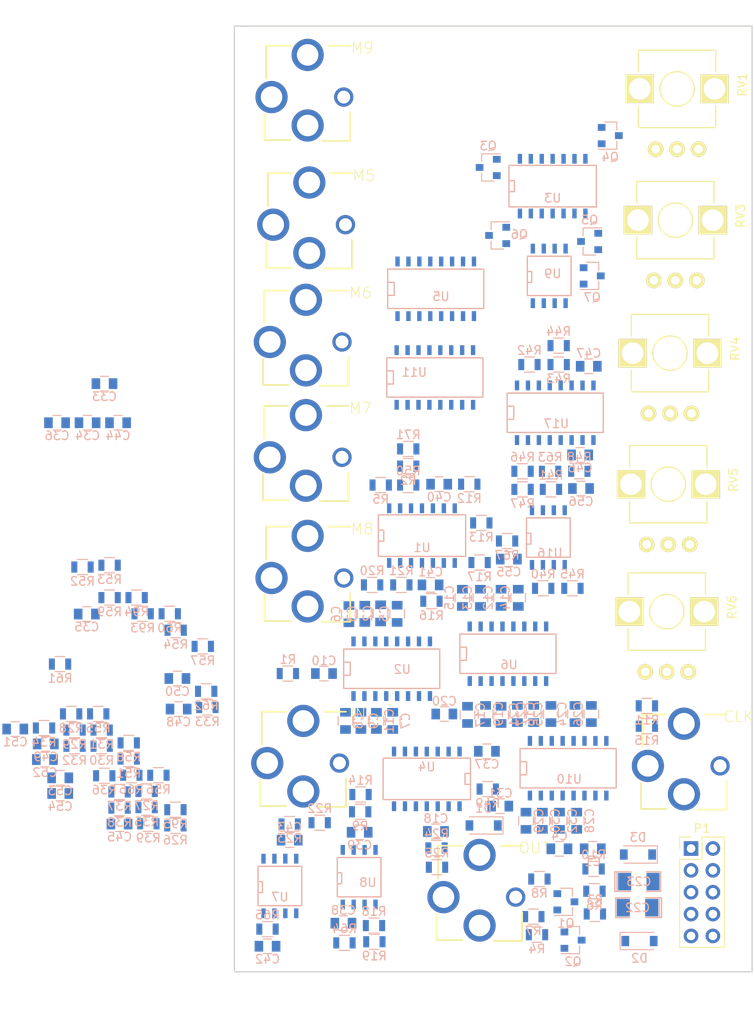
<source format=kicad_pcb>
(kicad_pcb (version 20171130) (host pcbnew 5.0.2+dfsg1-1)
  (layers (0 F.Cu signal) (31 B.Cu signal) (34 B.Paste user) (35 F.Paste user) (36 B.SilkS user) (37 F.SilkS user) (38 B.Mask user) (39 F.Mask user) (44 Edge.Cuts user))
  (net 0 "")
  (net 1 GND)
  (net 2 +7.5V)
  (net 3 B2)
  (net 4 "Net-(C2-Pad2)")
  (net 5 "Net-(C3-Pad2)")
  (net 6 -8V)
  (net 7 "Net-(C5-Pad2)")
  (net 8 "Net-(C6-Pad2)")
  (net 9 "Net-(C7-Pad2)")
  (net 10 "Net-(C8-Pad2)")
  (net 11 "Net-(C9-Pad2)")
  (net 12 "Net-(C11-Pad2)")
  (net 13 RR1)
  (net 14 "Net-(C12-Pad2)")
  (net 15 "Net-(C13-Pad2)")
  (net 16 "Net-(C14-Pad2)")
  (net 17 "Net-(C15-Pad2)")
  (net 18 "Net-(C16-Pad2)")
  (net 19 "Net-(C17-Pad2)")
  (net 20 "Net-(C18-Pad1)")
  (net 21 "Net-(C18-Pad2)")
  (net 22 "Net-(C19-Pad2)")
  (net 23 "Net-(C21-Pad2)")
  (net 24 "Net-(C22-Pad2)")
  (net 25 "Net-(C23-Pad1)")
  (net 26 B3)
  (net 27 "Net-(C24-Pad2)")
  (net 28 "Net-(C25-Pad2)")
  (net 29 "Net-(C26-Pad2)")
  (net 30 "Net-(C27-Pad2)")
  (net 31 "Net-(C28-Pad2)")
  (net 32 "Net-(C29-Pad2)")
  (net 33 "Net-(C30-Pad2)")
  (net 34 "Net-(C32-Pad2)")
  (net 35 "Net-(C33-Pad1)")
  (net 36 "Net-(C33-Pad2)")
  (net 37 "Net-(C34-Pad2)")
  (net 38 "Net-(C34-Pad1)")
  (net 39 "Net-(C35-Pad2)")
  (net 40 "Net-(C35-Pad1)")
  (net 41 "Net-(C36-Pad2)")
  (net 42 "Net-(C36-Pad1)")
  (net 43 +12V)
  (net 44 -12V)
  (net 45 "Net-(C52-Pad1)")
  (net 46 "Net-(C52-Pad2)")
  (net 47 "Net-(D1-Pad2)")
  (net 48 "Net-(D1-Pad1)")
  (net 49 "Net-(M1-Pad2)")
  (net 50 /bintic/i1)
  (net 51 "Net-(M3-Pad3)")
  (net 52 "Net-(M3-Pad2)")
  (net 53 "Net-(M4-Pad3)")
  (net 54 "Net-(M4-Pad2)")
  (net 55 "Net-(M5-Pad2)")
  (net 56 "Net-(M5-Pad3)")
  (net 57 "Net-(M6-Pad3)")
  (net 58 "Net-(M6-Pad2)")
  (net 59 "Net-(M7-Pad2)")
  (net 60 "Net-(M7-Pad3)")
  (net 61 "Net-(M8-Pad2)")
  (net 62 "Net-(M8-Pad3)")
  (net 63 "Net-(M9-Pad3)")
  (net 64 "Net-(M9-Pad2)")
  (net 65 "Net-(Q1-Pad1)")
  (net 66 "Net-(Q2-Pad1)")
  (net 67 "Net-(Q3-Pad1)")
  (net 68 C1)
  (net 69 C2)
  (net 70 "Net-(Q4-Pad1)")
  (net 71 "Net-(Q5-Pad1)")
  (net 72 C3)
  (net 73 C4)
  (net 74 "Net-(Q6-Pad1)")
  (net 75 "Net-(Q7-Pad1)")
  (net 76 C5)
  (net 77 R1)
  (net 78 "Net-(R2-Pad1)")
  (net 79 DD1)
  (net 80 B1)
  (net 81 "Net-(R14-Pad2)")
  (net 82 "Net-(R12-Pad1)")
  (net 83 BB1)
  (net 84 "Net-(R13-Pad1)")
  (net 85 "Net-(R15-Pad1)")
  (net 86 BB2)
  (net 87 "Net-(R16-Pad1)")
  (net 88 "Net-(R17-Pad1)")
  (net 89 "Net-(R18-Pad2)")
  (net 90 "Net-(R20-Pad1)")
  (net 91 BB3)
  (net 92 "Net-(R21-Pad1)")
  (net 93 "Net-(R23-Pad1)")
  (net 94 "Net-(R26-Pad1)")
  (net 95 "Net-(R27-Pad1)")
  (net 96 "Net-(R28-Pad1)")
  (net 97 "Net-(R30-Pad1)")
  (net 98 "Net-(R40-Pad1)")
  (net 99 "Net-(R41-Pad2)")
  (net 100 "Net-(R42-Pad1)")
  (net 101 "Net-(R43-Pad1)")
  (net 102 "Net-(R45-Pad1)")
  (net 103 "Net-(R45-Pad2)")
  (net 104 "Net-(R46-Pad1)")
  (net 105 "Net-(R48-Pad2)")
  (net 106 "Net-(R51-Pad1)")
  (net 107 "Net-(R52-Pad1)")
  (net 108 "Net-(R53-Pad1)")
  (net 109 "Net-(R55-Pad1)")
  (net 110 "Net-(R56-Pad1)")
  (net 111 "Net-(R57-Pad2)")
  (net 112 "Net-(R58-Pad2)")
  (net 113 "Net-(R59-Pad1)")
  (net 114 "Net-(R60-Pad1)")
  (net 115 "Net-(R61-Pad2)")
  (net 116 "Net-(R62-Pad2)")
  (net 117 "Net-(R64-Pad1)")
  (net 118 "Net-(R66-Pad2)")
  (net 119 "Net-(R67-Pad2)")
  (net 120 "Net-(R94-Pad2)")
  (net 121 /bintic/C1)
  (net 122 /bintic/C2)
  (net 123 /bintic/C3)
  (net 124 "Net-(U4-Pad3)")
  (net 125 "Net-(U4-Pad4)")
  (net 126 "Net-(U4-Pad5)")
  (net 127 "Net-(U4-Pad6)")
  (net 128 "Net-(U5-Pad9)")
  (net 129 "Net-(U5-Pad15)")
  (net 130 "Net-(U7-Pad1)")
  (net 131 "Net-(U7-Pad5)")
  (net 132 "Net-(U7-Pad8)")
  (net 133 "Net-(U8-Pad8)")
  (net 134 "Net-(U8-Pad5)")
  (net 135 "Net-(U8-Pad1)")
  (net 136 "Net-(U9-Pad8)")
  (net 137 "Net-(U9-Pad5)")
  (net 138 "Net-(U9-Pad1)")
  (net 139 "Net-(U11-Pad15)")
  (net 140 "Net-(U11-Pad2)")
  (net 141 "Net-(U11-Pad8)")
  (net 142 "Net-(U11-Pad9)")
  (net 143 "Net-(U16-Pad1)")
  (net 144 "Net-(U16-Pad5)")
  (net 145 "Net-(U16-Pad8)")
  (net 146 "Net-(U17-Pad9)")
  (net 147 "Net-(U17-Pad8)")
  (net 148 "Net-(U17-Pad2)")
  (net 149 "Net-(U17-Pad15)")
  (net 150 "Net-(R65-Pad1)")
  (module Capacitors_SMD:C_0805 (layer B.Cu) (at 146.56 115.16)
    (fp_text reference C1 (at 0 1.5) (layer B.SilkS) (effects (justify mirror)))
    (fp_text value 100nF)
    (pad 2 smd rect (at 1 0) (size 1 1.25) (layers B.Cu B.Paste B.Mask) (net 1 GND))
    (pad 1 smd rect (at -1 0) (size 1 1.25) (layers B.Cu B.Paste B.Mask) (net 2 +7.5V))
  )
  (module Capacitors_SMD:C_0805 (layer B.Cu) (at 121.89 87.81 270)
    (fp_text reference C2 (at 0 1.5 270) (layer B.SilkS) (effects (justify mirror)))
    (fp_text value 47nF)
    (pad 1 smd rect (at -1 0 270) (size 1 1.25) (layers B.Cu B.Paste B.Mask) (net 3 B2))
    (pad 2 smd rect (at 1 0 270) (size 1 1.25) (layers B.Cu B.Paste B.Mask) (net 4 "Net-(C2-Pad2)"))
  )
  (module Capacitors_SMD:C_0805 (layer B.Cu) (at 120.05 87.86 270)
    (fp_text reference C3 (at 0 1.5 270) (layer B.SilkS) (effects (justify mirror)))
    (fp_text value 47nF)
    (pad 2 smd rect (at 1 0 270) (size 1 1.25) (layers B.Cu B.Paste B.Mask) (net 5 "Net-(C3-Pad2)"))
    (pad 1 smd rect (at -1 0 270) (size 1 1.25) (layers B.Cu B.Paste B.Mask) (net 3 B2))
  )
  (module Capacitors_SMD:C_0805 (layer B.Cu) (at 142.69 115.16 180)
    (fp_text reference C4 (at 0 1.5 180) (layer B.SilkS) (effects (justify mirror)))
    (fp_text value 100nF)
    (pad 2 smd rect (at 1 0 180) (size 1 1.25) (layers B.Cu B.Paste B.Mask) (net 1 GND))
    (pad 1 smd rect (at -1 0 180) (size 1 1.25) (layers B.Cu B.Paste B.Mask) (net 6 -8V))
  )
  (module Capacitors_SMD:C_0805 (layer B.Cu) (at 123.81 87.86 270)
    (fp_text reference C5 (at 0 1.5 270) (layer B.SilkS) (effects (justify mirror)))
    (fp_text value 47nF)
    (pad 1 smd rect (at -1 0 270) (size 1 1.25) (layers B.Cu B.Paste B.Mask) (net 3 B2))
    (pad 2 smd rect (at 1 0 270) (size 1 1.25) (layers B.Cu B.Paste B.Mask) (net 7 "Net-(C5-Pad2)"))
  )
  (module Capacitors_SMD:C_0805 (layer B.Cu) (at 118.2 87.9 270)
    (fp_text reference C6 (at 0 1.5 270) (layer B.SilkS) (effects (justify mirror)))
    (fp_text value 47nF)
    (pad 2 smd rect (at 1 0 270) (size 1 1.25) (layers B.Cu B.Paste B.Mask) (net 8 "Net-(C6-Pad2)"))
    (pad 1 smd rect (at -1 0 270) (size 1 1.25) (layers B.Cu B.Paste B.Mask) (net 3 B2))
  )
  (module Capacitors_SMD:C_0805 (layer B.Cu) (at 123.3 100.3 90)
    (fp_text reference C7 (at 0 1.5 90) (layer B.SilkS) (effects (justify mirror)))
    (fp_text value 47nF)
    (pad 1 smd rect (at -1 0 90) (size 1 1.25) (layers B.Cu B.Paste B.Mask) (net 3 B2))
    (pad 2 smd rect (at 1 0 90) (size 1 1.25) (layers B.Cu B.Paste B.Mask) (net 9 "Net-(C7-Pad2)"))
  )
  (module Capacitors_SMD:C_0805 (layer B.Cu) (at 117.8 100.3 90)
    (fp_text reference C8 (at 0 1.5 90) (layer B.SilkS) (effects (justify mirror)))
    (fp_text value 47nF)
    (pad 2 smd rect (at 1 0 90) (size 1 1.25) (layers B.Cu B.Paste B.Mask) (net 10 "Net-(C8-Pad2)"))
    (pad 1 smd rect (at -1 0 90) (size 1 1.25) (layers B.Cu B.Paste B.Mask) (net 3 B2))
  )
  (module Capacitors_SMD:C_0805 (layer B.Cu) (at 119.6 100.3 90)
    (fp_text reference C9 (at 0 1.5 90) (layer B.SilkS) (effects (justify mirror)))
    (fp_text value 47nF)
    (pad 1 smd rect (at -1 0 90) (size 1 1.25) (layers B.Cu B.Paste B.Mask) (net 3 B2))
    (pad 2 smd rect (at 1 0 90) (size 1 1.25) (layers B.Cu B.Paste B.Mask) (net 11 "Net-(C9-Pad2)"))
  )
  (module Capacitors_SMD:C_0805 (layer B.Cu) (at 115.3 94.8 180)
    (fp_text reference C10 (at 0 1.5 180) (layer B.SilkS) (effects (justify mirror)))
    (fp_text value 100nF)
    (pad 2 smd rect (at 1 0 180) (size 1 1.25) (layers B.Cu B.Paste B.Mask) (net 1 GND))
    (pad 1 smd rect (at -1 0 180) (size 1 1.25) (layers B.Cu B.Paste B.Mask) (net 2 +7.5V))
  )
  (module Capacitors_SMD:C_0805 (layer B.Cu) (at 121.4 100.3 90)
    (fp_text reference C11 (at 0 1.5 90) (layer B.SilkS) (effects (justify mirror)))
    (fp_text value 47nF)
    (pad 2 smd rect (at 1 0 90) (size 1 1.25) (layers B.Cu B.Paste B.Mask) (net 12 "Net-(C11-Pad2)"))
    (pad 1 smd rect (at -1 0 90) (size 1 1.25) (layers B.Cu B.Paste B.Mask) (net 3 B2))
  )
  (module Capacitors_SMD:C_0805 (layer B.Cu) (at 135.9 86 270)
    (fp_text reference C12 (at 0 1.5 270) (layer B.SilkS) (effects (justify mirror)))
    (fp_text value 47nF)
    (pad 1 smd rect (at -1 0 270) (size 1 1.25) (layers B.Cu B.Paste B.Mask) (net 13 RR1))
    (pad 2 smd rect (at 1 0 270) (size 1 1.25) (layers B.Cu B.Paste B.Mask) (net 14 "Net-(C12-Pad2)"))
  )
  (module Capacitors_SMD:C_0805 (layer B.Cu) (at 133.5 86 270)
    (fp_text reference C13 (at 0 1.5 270) (layer B.SilkS) (effects (justify mirror)))
    (fp_text value 47nF)
    (pad 2 smd rect (at 1 0 270) (size 1 1.25) (layers B.Cu B.Paste B.Mask) (net 15 "Net-(C13-Pad2)"))
    (pad 1 smd rect (at -1 0 270) (size 1 1.25) (layers B.Cu B.Paste B.Mask) (net 13 RR1))
  )
  (module Capacitors_SMD:C_0805 (layer B.Cu) (at 137.9 86 270)
    (fp_text reference C14 (at 0 1.5 270) (layer B.SilkS) (effects (justify mirror)))
    (fp_text value 47nF)
    (pad 1 smd rect (at -1 0 270) (size 1 1.25) (layers B.Cu B.Paste B.Mask) (net 13 RR1))
    (pad 2 smd rect (at 1 0 270) (size 1 1.25) (layers B.Cu B.Paste B.Mask) (net 16 "Net-(C14-Pad2)"))
  )
  (module Capacitors_SMD:C_0805 (layer B.Cu) (at 131.4 86 270)
    (fp_text reference C15 (at 0 1.5 270) (layer B.SilkS) (effects (justify mirror)))
    (fp_text value 47nF)
    (pad 2 smd rect (at 1 0 270) (size 1 1.25) (layers B.Cu B.Paste B.Mask) (net 17 "Net-(C15-Pad2)"))
    (pad 1 smd rect (at -1 0 270) (size 1 1.25) (layers B.Cu B.Paste B.Mask) (net 13 RR1))
  )
  (module Capacitors_SMD:C_0805 (layer B.Cu) (at 137.8 99.5 90)
    (fp_text reference C16 (at 0 1.5 90) (layer B.SilkS) (effects (justify mirror)))
    (fp_text value 47nF)
    (pad 1 smd rect (at -1 0 90) (size 1 1.25) (layers B.Cu B.Paste B.Mask) (net 13 RR1))
    (pad 2 smd rect (at 1 0 90) (size 1 1.25) (layers B.Cu B.Paste B.Mask) (net 18 "Net-(C16-Pad2)"))
  )
  (module Capacitors_SMD:C_0805 (layer B.Cu) (at 132 99.6 90)
    (fp_text reference C17 (at 0 1.5 90) (layer B.SilkS) (effects (justify mirror)))
    (fp_text value 47nF)
    (pad 2 smd rect (at 1 0 90) (size 1 1.25) (layers B.Cu B.Paste B.Mask) (net 19 "Net-(C17-Pad2)"))
    (pad 1 smd rect (at -1 0 90) (size 1 1.25) (layers B.Cu B.Paste B.Mask) (net 13 RR1))
  )
  (module Capacitors_SMD:C_0805 (layer B.Cu) (at 128.32 113.14 180)
    (fp_text reference C18 (at 0 1.5 180) (layer B.SilkS) (effects (justify mirror)))
    (fp_text value 100pF)
    (pad 1 smd rect (at -1 0 180) (size 1 1.25) (layers B.Cu B.Paste B.Mask) (net 20 "Net-(C18-Pad1)"))
    (pad 2 smd rect (at 1 0 180) (size 1 1.25) (layers B.Cu B.Paste B.Mask) (net 21 "Net-(C18-Pad2)"))
  )
  (module Capacitors_SMD:C_0805 (layer B.Cu) (at 134.1 99.5 90)
    (fp_text reference C19 (at 0 1.5 90) (layer B.SilkS) (effects (justify mirror)))
    (fp_text value 47nF)
    (pad 1 smd rect (at -1 0 90) (size 1 1.25) (layers B.Cu B.Paste B.Mask) (net 13 RR1))
    (pad 2 smd rect (at 1 0 90) (size 1 1.25) (layers B.Cu B.Paste B.Mask) (net 22 "Net-(C19-Pad2)"))
  )
  (module Capacitors_SMD:C_0805 (layer B.Cu) (at 129.3 99.5 180)
    (fp_text reference C20 (at 0 1.5 180) (layer B.SilkS) (effects (justify mirror)))
    (fp_text value 100nF)
    (pad 1 smd rect (at -1 0 180) (size 1 1.25) (layers B.Cu B.Paste B.Mask) (net 2 +7.5V))
    (pad 2 smd rect (at 1 0 180) (size 1 1.25) (layers B.Cu B.Paste B.Mask) (net 1 GND))
  )
  (module Capacitors_SMD:C_0805 (layer B.Cu) (at 135.9 99.6 90)
    (fp_text reference C21 (at 0 1.5 90) (layer B.SilkS) (effects (justify mirror)))
    (fp_text value 47nF)
    (pad 2 smd rect (at 1 0 90) (size 1 1.25) (layers B.Cu B.Paste B.Mask) (net 23 "Net-(C21-Pad2)"))
    (pad 1 smd rect (at -1 0 90) (size 1 1.25) (layers B.Cu B.Paste B.Mask) (net 13 RR1))
  )
  (module SMD_Packages:SMD-1206_Pol (layer B.Cu) (at 151.775 122 180)
    (fp_text reference C22 (at 0 0 180) (layer B.SilkS) (effects (justify mirror)))
    (fp_text value 10u)
    (pad 2 smd rect (at 1.651 0 180) (size 1.524 2.032) (layers B.Cu B.Paste B.Mask) (net 24 "Net-(C22-Pad2)"))
    (pad 1 smd rect (at -1.651 0 180) (size 1.524 2.032) (layers B.Cu B.Paste B.Mask) (net 1 GND))
  )
  (module SMD_Packages:SMD-1206_Pol (layer B.Cu) (at 151.925 118.975)
    (fp_text reference C23 (at 0 0) (layer B.SilkS) (effects (justify mirror)))
    (fp_text value 10u)
    (pad 1 smd rect (at -1.651 0) (size 1.524 2.032) (layers B.Cu B.Paste B.Mask) (net 25 "Net-(C23-Pad1)"))
    (pad 2 smd rect (at 1.651 0) (size 1.524 2.032) (layers B.Cu B.Paste B.Mask) (net 1 GND))
  )
  (module Capacitors_SMD:C_0805 (layer B.Cu) (at 144.5 99.5 270)
    (fp_text reference C24 (at 0 1.5 270) (layer B.SilkS) (effects (justify mirror)))
    (fp_text value 47nF)
    (pad 1 smd rect (at -1 0 270) (size 1 1.25) (layers B.Cu B.Paste B.Mask) (net 26 B3))
    (pad 2 smd rect (at 1 0 270) (size 1 1.25) (layers B.Cu B.Paste B.Mask) (net 27 "Net-(C24-Pad2)"))
  )
  (module Capacitors_SMD:C_0805 (layer B.Cu) (at 141.7 99.5 270)
    (fp_text reference C25 (at 0 1.5 270) (layer B.SilkS) (effects (justify mirror)))
    (fp_text value 47nF)
    (pad 2 smd rect (at 1 0 270) (size 1 1.25) (layers B.Cu B.Paste B.Mask) (net 28 "Net-(C25-Pad2)"))
    (pad 1 smd rect (at -1 0 270) (size 1 1.25) (layers B.Cu B.Paste B.Mask) (net 26 B3))
  )
  (module Capacitors_SMD:C_0805 (layer B.Cu) (at 146.4 99.5 270)
    (fp_text reference C26 (at 0 1.5 270) (layer B.SilkS) (effects (justify mirror)))
    (fp_text value 47nF)
    (pad 1 smd rect (at -1 0 270) (size 1 1.25) (layers B.Cu B.Paste B.Mask) (net 26 B3))
    (pad 2 smd rect (at 1 0 270) (size 1 1.25) (layers B.Cu B.Paste B.Mask) (net 29 "Net-(C26-Pad2)"))
  )
  (module Capacitors_SMD:C_0805 (layer B.Cu) (at 139.7 99.5 270)
    (fp_text reference C27 (at 0 1.5 270) (layer B.SilkS) (effects (justify mirror)))
    (fp_text value 47nF)
    (pad 2 smd rect (at 1 0 270) (size 1 1.25) (layers B.Cu B.Paste B.Mask) (net 30 "Net-(C27-Pad2)"))
    (pad 1 smd rect (at -1 0 270) (size 1 1.25) (layers B.Cu B.Paste B.Mask) (net 26 B3))
  )
  (module Capacitors_SMD:C_0805 (layer B.Cu) (at 144.7 111.9 90)
    (fp_text reference C28 (at 0 1.5 90) (layer B.SilkS) (effects (justify mirror)))
    (fp_text value 47nF)
    (pad 1 smd rect (at -1 0 90) (size 1 1.25) (layers B.Cu B.Paste B.Mask) (net 26 B3))
    (pad 2 smd rect (at 1 0 90) (size 1 1.25) (layers B.Cu B.Paste B.Mask) (net 31 "Net-(C28-Pad2)"))
  )
  (module Capacitors_SMD:C_0805 (layer B.Cu) (at 138.8 111.9 90)
    (fp_text reference C29 (at 0 1.5 90) (layer B.SilkS) (effects (justify mirror)))
    (fp_text value 47nF)
    (pad 1 smd rect (at -1 0 90) (size 1 1.25) (layers B.Cu B.Paste B.Mask) (net 26 B3))
    (pad 2 smd rect (at 1 0 90) (size 1 1.25) (layers B.Cu B.Paste B.Mask) (net 32 "Net-(C29-Pad2)"))
  )
  (module Capacitors_SMD:C_0805 (layer B.Cu) (at 140.7 111.9 90)
    (fp_text reference C30 (at 0 1.5 90) (layer B.SilkS) (effects (justify mirror)))
    (fp_text value 47nF)
    (pad 2 smd rect (at 1 0 90) (size 1 1.25) (layers B.Cu B.Paste B.Mask) (net 33 "Net-(C30-Pad2)"))
    (pad 1 smd rect (at -1 0 90) (size 1 1.25) (layers B.Cu B.Paste B.Mask) (net 26 B3))
  )
  (module Capacitors_SMD:C_0805 (layer B.Cu) (at 135.8 110.2 180)
    (fp_text reference C31 (at 0 1.5 180) (layer B.SilkS) (effects (justify mirror)))
    (fp_text value 100nF)
    (pad 1 smd rect (at -1 0 180) (size 1 1.25) (layers B.Cu B.Paste B.Mask) (net 2 +7.5V))
    (pad 2 smd rect (at 1 0 180) (size 1 1.25) (layers B.Cu B.Paste B.Mask) (net 1 GND))
  )
  (module Capacitors_SMD:C_0805 (layer B.Cu) (at 142.7 111.9 90)
    (fp_text reference C32 (at 0 1.5 90) (layer B.SilkS) (effects (justify mirror)))
    (fp_text value 47nF)
    (pad 1 smd rect (at -1 0 90) (size 1 1.25) (layers B.Cu B.Paste B.Mask) (net 26 B3))
    (pad 2 smd rect (at 1 0 90) (size 1 1.25) (layers B.Cu B.Paste B.Mask) (net 34 "Net-(C32-Pad2)"))
  )
  (module Capacitors_SMD:C_0805 (layer B.Cu) (at 89.77 61.12)
    (fp_text reference C33 (at 0 1.5) (layer B.SilkS) (effects (justify mirror)))
    (fp_text value 10P)
    (pad 1 smd rect (at -1 0) (size 1 1.25) (layers B.Cu B.Paste B.Mask) (net 35 "Net-(C33-Pad1)"))
    (pad 2 smd rect (at 1 0) (size 1 1.25) (layers B.Cu B.Paste B.Mask) (net 36 "Net-(C33-Pad2)"))
  )
  (module Capacitors_SMD:C_0805 (layer B.Cu) (at 87.800001 65.659999)
    (fp_text reference C34 (at 0 1.5) (layer B.SilkS) (effects (justify mirror)))
    (fp_text value 10P)
    (pad 2 smd rect (at 1 0) (size 1 1.25) (layers B.Cu B.Paste B.Mask) (net 37 "Net-(C34-Pad2)"))
    (pad 1 smd rect (at -1 0) (size 1 1.25) (layers B.Cu B.Paste B.Mask) (net 38 "Net-(C34-Pad1)"))
  )
  (module Capacitors_SMD:C_0805 (layer B.Cu) (at 87.710001 87.884999)
    (fp_text reference C35 (at 0 1.5) (layer B.SilkS) (effects (justify mirror)))
    (fp_text value 10P)
    (pad 2 smd rect (at 1 0) (size 1 1.25) (layers B.Cu B.Paste B.Mask) (net 39 "Net-(C35-Pad2)"))
    (pad 1 smd rect (at -1 0) (size 1 1.25) (layers B.Cu B.Paste B.Mask) (net 40 "Net-(C35-Pad1)"))
  )
  (module Capacitors_SMD:C_0805 (layer B.Cu) (at 84.250001 65.659999)
    (fp_text reference C36 (at 0 1.5) (layer B.SilkS) (effects (justify mirror)))
    (fp_text value 10P)
    (pad 2 smd rect (at 1 0) (size 1 1.25) (layers B.Cu B.Paste B.Mask) (net 41 "Net-(C36-Pad2)"))
    (pad 1 smd rect (at -1 0) (size 1 1.25) (layers B.Cu B.Paste B.Mask) (net 42 "Net-(C36-Pad1)"))
  )
  (module Capacitors_SMD:C_0805 (layer B.Cu) (at 134.25 103.83)
    (fp_text reference C37 (at 0 1.5) (layer B.SilkS) (effects (justify mirror)))
    (fp_text value 100N)
    (pad 1 smd rect (at -1 0) (size 1 1.25) (layers B.Cu B.Paste B.Mask) (net 2 +7.5V))
    (pad 2 smd rect (at 1 0) (size 1 1.25) (layers B.Cu B.Paste B.Mask) (net 1 GND))
  )
  (module Capacitors_SMD:C_0805 (layer B.Cu) (at 117.56 123.8 180)
    (fp_text reference C38 (at 0 1.5 180) (layer B.SilkS) (effects (justify mirror)))
    (fp_text value 100N)
    (pad 1 smd rect (at -1 0 180) (size 1 1.25) (layers B.Cu B.Paste B.Mask) (net 43 +12V))
    (pad 2 smd rect (at 1 0 180) (size 1 1.25) (layers B.Cu B.Paste B.Mask) (net 1 GND))
  )
  (module Capacitors_SMD:C_0805 (layer B.Cu) (at 119.45 113.24)
    (fp_text reference C39 (at 0 1.5) (layer B.SilkS) (effects (justify mirror)))
    (fp_text value 100N)
    (pad 2 smd rect (at 1 0) (size 1 1.25) (layers B.Cu B.Paste B.Mask) (net 44 -12V))
    (pad 1 smd rect (at -1 0) (size 1 1.25) (layers B.Cu B.Paste B.Mask) (net 1 GND))
  )
  (module Capacitors_SMD:C_0805 (layer B.Cu) (at 128.7 72.8)
    (fp_text reference C40 (at 0 1.5) (layer B.SilkS) (effects (justify mirror)))
    (fp_text value 100N)
    (pad 2 smd rect (at 1 0) (size 1 1.25) (layers B.Cu B.Paste B.Mask) (net 1 GND))
    (pad 1 smd rect (at -1 0) (size 1 1.25) (layers B.Cu B.Paste B.Mask) (net 43 +12V))
  )
  (module Capacitors_SMD:C_0805 (layer B.Cu) (at 127.7 84.5 180)
    (fp_text reference C41 (at 0 1.5 180) (layer B.SilkS) (effects (justify mirror)))
    (fp_text value 100N)
    (pad 2 smd rect (at 1 0 180) (size 1 1.25) (layers B.Cu B.Paste B.Mask) (net 44 -12V))
    (pad 1 smd rect (at -1 0 180) (size 1 1.25) (layers B.Cu B.Paste B.Mask) (net 1 GND))
  )
  (module Capacitors_SMD:C_0805 (layer B.Cu) (at 108.73 126.48)
    (fp_text reference C42 (at 0 1.5) (layer B.SilkS) (effects (justify mirror)))
    (fp_text value 100N)
    (pad 2 smd rect (at 1 0) (size 1 1.25) (layers B.Cu B.Paste B.Mask) (net 1 GND))
    (pad 1 smd rect (at -1 0) (size 1 1.25) (layers B.Cu B.Paste B.Mask) (net 43 +12V))
  )
  (module Capacitors_SMD:C_0805 (layer B.Cu) (at 111.31 114.15 180)
    (fp_text reference C43 (at 0 1.5 180) (layer B.SilkS) (effects (justify mirror)))
    (fp_text value 100N)
    (pad 1 smd rect (at -1 0 180) (size 1 1.25) (layers B.Cu B.Paste B.Mask) (net 1 GND))
    (pad 2 smd rect (at 1 0 180) (size 1 1.25) (layers B.Cu B.Paste B.Mask) (net 44 -12V))
  )
  (module Capacitors_SMD:C_0805 (layer B.Cu) (at 91.350001 65.659999)
    (fp_text reference C44 (at 0 1.5) (layer B.SilkS) (effects (justify mirror)))
    (fp_text value 100N)
    (pad 1 smd rect (at -1 0) (size 1 1.25) (layers B.Cu B.Paste B.Mask) (net 43 +12V))
    (pad 2 smd rect (at 1 0) (size 1 1.25) (layers B.Cu B.Paste B.Mask) (net 1 GND))
  )
  (module Capacitors_SMD:C_0805 (layer B.Cu) (at 91.520001 112.284999)
    (fp_text reference C45 (at 0 1.5) (layer B.SilkS) (effects (justify mirror)))
    (fp_text value 100N)
    (pad 2 smd rect (at 1 0) (size 1 1.25) (layers B.Cu B.Paste B.Mask) (net 44 -12V))
    (pad 1 smd rect (at -1 0) (size 1 1.25) (layers B.Cu B.Paste B.Mask) (net 1 GND))
  )
  (module Capacitors_SMD:C_0805 (layer B.Cu) (at 145.1 69.4)
    (fp_text reference C46 (at 0 1.5) (layer B.SilkS) (effects (justify mirror)))
    (fp_text value 100N)
    (pad 1 smd rect (at -1 0) (size 1 1.25) (layers B.Cu B.Paste B.Mask) (net 43 +12V))
    (pad 2 smd rect (at 1 0) (size 1 1.25) (layers B.Cu B.Paste B.Mask) (net 1 GND))
  )
  (module Capacitors_SMD:C_0805 (layer B.Cu) (at 146.1 59.1 180)
    (fp_text reference C47 (at 0 1.5 180) (layer B.SilkS) (effects (justify mirror)))
    (fp_text value 100N)
    (pad 2 smd rect (at 1 0 180) (size 1 1.25) (layers B.Cu B.Paste B.Mask) (net 44 -12V))
    (pad 1 smd rect (at -1 0 180) (size 1 1.25) (layers B.Cu B.Paste B.Mask) (net 1 GND))
  )
  (module Capacitors_SMD:C_0805 (layer B.Cu) (at 98.390001 98.924999)
    (fp_text reference C48 (at 0 1.5) (layer B.SilkS) (effects (justify mirror)))
    (fp_text value 100N)
    (pad 1 smd rect (at -1 0) (size 1 1.25) (layers B.Cu B.Paste B.Mask) (net 43 +12V))
    (pad 2 smd rect (at 1 0) (size 1 1.25) (layers B.Cu B.Paste B.Mask) (net 1 GND))
  )
  (module Capacitors_SMD:C_0805 (layer B.Cu) (at 82.940001 102.974999)
    (fp_text reference C49 (at 0 1.5) (layer B.SilkS) (effects (justify mirror)))
    (fp_text value 100N)
    (pad 2 smd rect (at 1 0) (size 1 1.25) (layers B.Cu B.Paste B.Mask) (net 44 -12V))
    (pad 1 smd rect (at -1 0) (size 1 1.25) (layers B.Cu B.Paste B.Mask) (net 1 GND))
  )
  (module Capacitors_SMD:C_0805 (layer B.Cu) (at 98.250001 95.374999)
    (fp_text reference C50 (at 0 1.5) (layer B.SilkS) (effects (justify mirror)))
    (fp_text value 100N)
    (pad 2 smd rect (at 1 0) (size 1 1.25) (layers B.Cu B.Paste B.Mask) (net 1 GND))
    (pad 1 smd rect (at -1 0) (size 1 1.25) (layers B.Cu B.Paste B.Mask) (net 43 +12V))
  )
  (module Capacitors_SMD:C_0805 (layer B.Cu) (at 79.390001 101.244999)
    (fp_text reference C51 (at 0 1.5) (layer B.SilkS) (effects (justify mirror)))
    (fp_text value 100N)
    (pad 1 smd rect (at -1 0) (size 1 1.25) (layers B.Cu B.Paste B.Mask) (net 1 GND))
    (pad 2 smd rect (at 1 0) (size 1 1.25) (layers B.Cu B.Paste B.Mask) (net 44 -12V))
  )
  (module Capacitors_SMD:C_0805 (layer B.Cu) (at 82.840001 104.794999)
    (fp_text reference C52 (at 0 1.5) (layer B.SilkS) (effects (justify mirror)))
    (fp_text value 10P)
    (pad 1 smd rect (at -1 0) (size 1 1.25) (layers B.Cu B.Paste B.Mask) (net 45 "Net-(C52-Pad1)"))
    (pad 2 smd rect (at 1 0) (size 1 1.25) (layers B.Cu B.Paste B.Mask) (net 46 "Net-(C52-Pad2)"))
  )
  (module Capacitors_SMD:C_0805 (layer B.Cu) (at 84.620001 106.914999)
    (fp_text reference C53 (at 0 1.5) (layer B.SilkS) (effects (justify mirror)))
    (fp_text value 100N)
    (pad 2 smd rect (at 1 0) (size 1 1.25) (layers B.Cu B.Paste B.Mask) (net 1 GND))
    (pad 1 smd rect (at -1 0) (size 1 1.25) (layers B.Cu B.Paste B.Mask) (net 43 +12V))
  )
  (module Capacitors_SMD:C_0805 (layer B.Cu) (at 84.620001 108.734999)
    (fp_text reference C54 (at 0 1.5) (layer B.SilkS) (effects (justify mirror)))
    (fp_text value 100N)
    (pad 1 smd rect (at -1 0) (size 1 1.25) (layers B.Cu B.Paste B.Mask) (net 1 GND))
    (pad 2 smd rect (at 1 0) (size 1 1.25) (layers B.Cu B.Paste B.Mask) (net 44 -12V))
  )
  (module Diodes_SMD:D_SOD-123 (layer B.Cu) (at 133.87 112.45 180)
    (fp_text reference D1 (at 0 2 180) (layer B.SilkS) (effects (justify mirror)))
    (fp_text value 1N4148)
    (pad 2 smd rect (at 1.65 0 180) (size 0.9 1.2) (layers B.Cu B.Paste B.Mask) (net 47 "Net-(D1-Pad2)"))
    (pad 1 smd rect (at -1.65 0 180) (size 0.9 1.2) (layers B.Cu B.Paste B.Mask) (net 48 "Net-(D1-Pad1)"))
  )
  (module Diodes_SMD:D_SOD-123 (layer B.Cu) (at 152 125.875)
    (fp_text reference D2 (at 0 2) (layer B.SilkS) (effects (justify mirror)))
    (fp_text value 1N5158)
    (pad 1 smd rect (at -1.65 0) (size 0.9 1.2) (layers B.Cu B.Paste B.Mask) (net 24 "Net-(C22-Pad2)"))
    (pad 2 smd rect (at 1.65 0) (size 0.9 1.2) (layers B.Cu B.Paste B.Mask) (net 44 -12V))
  )
  (module Diodes_SMD:D_SOD-123 (layer B.Cu) (at 151.825 115.825 180)
    (fp_text reference D3 (at 0 2 180) (layer B.SilkS) (effects (justify mirror)))
    (fp_text value 1N5158)
    (pad 2 smd rect (at 1.65 0 180) (size 0.9 1.2) (layers B.Cu B.Paste B.Mask) (net 25 "Net-(C23-Pad1)"))
    (pad 1 smd rect (at -1.65 0 180) (size 0.9 1.2) (layers B.Cu B.Paste B.Mask) (net 43 +12V))
  )
  (module erthenvar:ERTHENVAR-JACK (layer F.Cu) (at 112.9 105.2)
    (fp_text reference IN (at 6.35 -5.715) (layer F.SilkS) (effects (font (size 1.27 1.27) (thickness 0.1016))))
    (fp_text value AUDIO-JACKERTHENVAR hide)
    (pad 1@2 thru_hole oval (at 4.19862 0 90) (size 2.2479 2.2479) (drill 1.4986) (layers *.Cu *.Mask) (net 1 GND))
    (pad 2 thru_hole oval (at 0 3.29946 90) (size 3.74904 3.74904) (drill 2.49936) (layers *.Cu *.Mask) (net 49 "Net-(M1-Pad2)"))
    (pad 3 thru_hole oval (at 0 -4.89966 90) (size 3.74904 3.74904) (drill 2.49936) (layers *.Cu *.Mask) (net 50 /bintic/i1))
    (pad 1@1 thru_hole oval (at -4.19862 0 90) (size 3.74904 3.74904) (drill 2.49936) (layers *.Cu *.Mask) (net 1 GND))
  )
  (module erthenvar:ERTHENVAR-JACK (layer F.Cu) (at 157.175 105.525)
    (fp_text reference CLK (at 6.35 -5.715) (layer F.SilkS) (effects (font (size 1.27 1.27) (thickness 0.1016))))
    (fp_text value AUDIO-JACKERTHENVAR hide)
    (pad 1@1 thru_hole oval (at -4.19862 0 90) (size 3.74904 3.74904) (drill 2.49936) (layers *.Cu *.Mask) (net 1 GND))
    (pad 3 thru_hole oval (at 0 -4.89966 90) (size 3.74904 3.74904) (drill 2.49936) (layers *.Cu *.Mask) (net 51 "Net-(M3-Pad3)"))
    (pad 2 thru_hole oval (at 0 3.29946 90) (size 3.74904 3.74904) (drill 2.49936) (layers *.Cu *.Mask) (net 52 "Net-(M3-Pad2)"))
    (pad 1@2 thru_hole oval (at 4.19862 0 90) (size 2.2479 2.2479) (drill 1.4986) (layers *.Cu *.Mask) (net 1 GND))
  )
  (module erthenvar:ERTHENVAR-JACK (layer F.Cu) (at 133.4 120.775)
    (fp_text reference OUT (at 6.35 -5.715) (layer F.SilkS) (effects (font (size 1.27 1.27) (thickness 0.1016))))
    (fp_text value AUDIO-JACKERTHENVAR hide)
    (pad 1@1 thru_hole oval (at -4.19862 0 90) (size 3.74904 3.74904) (drill 2.49936) (layers *.Cu *.Mask) (net 1 GND))
    (pad 3 thru_hole oval (at 0 -4.89966 90) (size 3.74904 3.74904) (drill 2.49936) (layers *.Cu *.Mask) (net 53 "Net-(M4-Pad3)"))
    (pad 2 thru_hole oval (at 0 3.29946 90) (size 3.74904 3.74904) (drill 2.49936) (layers *.Cu *.Mask) (net 54 "Net-(M4-Pad2)"))
    (pad 1@2 thru_hole oval (at 4.19862 0 90) (size 2.2479 2.2479) (drill 1.4986) (layers *.Cu *.Mask) (net 1 GND))
  )
  (module erthenvar:ERTHENVAR-JACK (layer F.Cu) (at 113.6 42.65)
    (fp_text reference M5 (at 6.35 -5.715) (layer F.SilkS) (effects (font (size 1.27 1.27) (thickness 0.1016))))
    (fp_text value AUDIO-JACKERTHENVAR hide)
    (pad 1@2 thru_hole oval (at 4.19862 0 90) (size 2.2479 2.2479) (drill 1.4986) (layers *.Cu *.Mask) (net 1 GND))
    (pad 2 thru_hole oval (at 0 3.29946 90) (size 3.74904 3.74904) (drill 2.49936) (layers *.Cu *.Mask) (net 55 "Net-(M5-Pad2)"))
    (pad 3 thru_hole oval (at 0 -4.89966 90) (size 3.74904 3.74904) (drill 2.49936) (layers *.Cu *.Mask) (net 56 "Net-(M5-Pad3)"))
    (pad 1@1 thru_hole oval (at -4.19862 0 90) (size 3.74904 3.74904) (drill 2.49936) (layers *.Cu *.Mask) (net 1 GND))
  )
  (module erthenvar:ERTHENVAR-JACK (layer F.Cu) (at 113.2 56.275)
    (fp_text reference M6 (at 6.35 -5.715) (layer F.SilkS) (effects (font (size 1.27 1.27) (thickness 0.1016))))
    (fp_text value AUDIO-JACKERTHENVAR hide)
    (pad 1@1 thru_hole oval (at -4.19862 0 90) (size 3.74904 3.74904) (drill 2.49936) (layers *.Cu *.Mask) (net 1 GND))
    (pad 3 thru_hole oval (at 0 -4.89966 90) (size 3.74904 3.74904) (drill 2.49936) (layers *.Cu *.Mask) (net 57 "Net-(M6-Pad3)"))
    (pad 2 thru_hole oval (at 0 3.29946 90) (size 3.74904 3.74904) (drill 2.49936) (layers *.Cu *.Mask) (net 58 "Net-(M6-Pad2)"))
    (pad 1@2 thru_hole oval (at 4.19862 0 90) (size 2.2479 2.2479) (drill 1.4986) (layers *.Cu *.Mask) (net 1 GND))
  )
  (module erthenvar:ERTHENVAR-JACK (layer F.Cu) (at 113.2 69.675)
    (fp_text reference M7 (at 6.35 -5.715) (layer F.SilkS) (effects (font (size 1.27 1.27) (thickness 0.1016))))
    (fp_text value AUDIO-JACKERTHENVAR hide)
    (pad 1@2 thru_hole oval (at 4.19862 0 90) (size 2.2479 2.2479) (drill 1.4986) (layers *.Cu *.Mask) (net 1 GND))
    (pad 2 thru_hole oval (at 0 3.29946 90) (size 3.74904 3.74904) (drill 2.49936) (layers *.Cu *.Mask) (net 59 "Net-(M7-Pad2)"))
    (pad 3 thru_hole oval (at 0 -4.89966 90) (size 3.74904 3.74904) (drill 2.49936) (layers *.Cu *.Mask) (net 60 "Net-(M7-Pad3)"))
    (pad 1@1 thru_hole oval (at -4.19862 0 90) (size 3.74904 3.74904) (drill 2.49936) (layers *.Cu *.Mask) (net 1 GND))
  )
  (module erthenvar:ERTHENVAR-JACK (layer F.Cu) (at 113.4 83.7)
    (fp_text reference M8 (at 6.35 -5.715) (layer F.SilkS) (effects (font (size 1.27 1.27) (thickness 0.1016))))
    (fp_text value AUDIO-JACKERTHENVAR hide)
    (pad 1@2 thru_hole oval (at 4.19862 0 90) (size 2.2479 2.2479) (drill 1.4986) (layers *.Cu *.Mask) (net 1 GND))
    (pad 2 thru_hole oval (at 0 3.29946 90) (size 3.74904 3.74904) (drill 2.49936) (layers *.Cu *.Mask) (net 61 "Net-(M8-Pad2)"))
    (pad 3 thru_hole oval (at 0 -4.89966 90) (size 3.74904 3.74904) (drill 2.49936) (layers *.Cu *.Mask) (net 62 "Net-(M8-Pad3)"))
    (pad 1@1 thru_hole oval (at -4.19862 0 90) (size 3.74904 3.74904) (drill 2.49936) (layers *.Cu *.Mask) (net 1 GND))
  )
  (module erthenvar:ERTHENVAR-JACK (layer F.Cu) (at 113.4 27.825)
    (fp_text reference M9 (at 6.35 -5.715) (layer F.SilkS) (effects (font (size 1.27 1.27) (thickness 0.1016))))
    (fp_text value AUDIO-JACKERTHENVAR hide)
    (pad 1@1 thru_hole oval (at -4.19862 0 90) (size 3.74904 3.74904) (drill 2.49936) (layers *.Cu *.Mask) (net 1 GND))
    (pad 3 thru_hole oval (at 0 -4.89966 90) (size 3.74904 3.74904) (drill 2.49936) (layers *.Cu *.Mask) (net 63 "Net-(M9-Pad3)"))
    (pad 2 thru_hole oval (at 0 3.29946 90) (size 3.74904 3.74904) (drill 2.49936) (layers *.Cu *.Mask) (net 64 "Net-(M9-Pad2)"))
    (pad 1@2 thru_hole oval (at 4.19862 0 90) (size 2.2479 2.2479) (drill 1.4986) (layers *.Cu *.Mask) (net 1 GND))
  )
  (module Pin_Headers:Pin_Header_Straight_2x05_Pitch2.54mm (layer F.Cu) (at 158 115.125)
    (fp_text reference P1 (at 1.27 -2.33) (layer F.SilkS))
    (fp_text value CONN_02X05)
    (pad 1 thru_hole rect (at 0 0) (size 1.7 1.7) (drill 1) (layers *.Cu *.Mask) (net 25 "Net-(C23-Pad1)"))
    (pad 2 thru_hole oval (at 2.54 0) (size 1.7 1.7) (drill 1) (layers *.Cu *.Mask) (net 25 "Net-(C23-Pad1)"))
    (pad 3 thru_hole oval (at 0 2.54) (size 1.7 1.7) (drill 1) (layers *.Cu *.Mask) (net 1 GND))
    (pad 4 thru_hole oval (at 2.54 2.54) (size 1.7 1.7) (drill 1) (layers *.Cu *.Mask) (net 1 GND))
    (pad 5 thru_hole oval (at 0 5.08) (size 1.7 1.7) (drill 1) (layers *.Cu *.Mask) (net 1 GND))
    (pad 6 thru_hole oval (at 2.54 5.08) (size 1.7 1.7) (drill 1) (layers *.Cu *.Mask) (net 1 GND))
    (pad 7 thru_hole oval (at 0 7.62) (size 1.7 1.7) (drill 1) (layers *.Cu *.Mask) (net 1 GND))
    (pad 8 thru_hole oval (at 2.54 7.62) (size 1.7 1.7) (drill 1) (layers *.Cu *.Mask) (net 1 GND))
    (pad 9 thru_hole oval (at 0 10.16) (size 1.7 1.7) (drill 1) (layers *.Cu *.Mask) (net 24 "Net-(C22-Pad2)"))
    (pad 10 thru_hole oval (at 2.54 10.16) (size 1.7 1.7) (drill 1) (layers *.Cu *.Mask) (net 24 "Net-(C22-Pad2)"))
  )
  (module TO_SOT_Packages_SMD:SOT-23 (layer B.Cu) (at 143.44 121.32)
    (fp_text reference Q1 (at 0 2.5) (layer B.SilkS) (effects (justify mirror)))
    (fp_text value Q_PNP_BEC)
    (pad 3 smd rect (at 1 0) (size 0.9 0.8) (layers B.Cu B.Paste B.Mask) (net 6 -8V))
    (pad 2 smd rect (at -1 -0.95) (size 0.9 0.8) (layers B.Cu B.Paste B.Mask) (net 44 -12V))
    (pad 1 smd rect (at -1 0.95) (size 0.9 0.8) (layers B.Cu B.Paste B.Mask) (net 65 "Net-(Q1-Pad1)"))
  )
  (module TO_SOT_Packages_SMD:SOT-23 (layer B.Cu) (at 144.27 125.77)
    (fp_text reference Q2 (at 0 2.5) (layer B.SilkS) (effects (justify mirror)))
    (fp_text value Q_NPN_BEC)
    (pad 1 smd rect (at -1 0.95) (size 0.9 0.8) (layers B.Cu B.Paste B.Mask) (net 66 "Net-(Q2-Pad1)"))
    (pad 2 smd rect (at -1 -0.95) (size 0.9 0.8) (layers B.Cu B.Paste B.Mask) (net 2 +7.5V))
    (pad 3 smd rect (at 1 0) (size 0.9 0.8) (layers B.Cu B.Paste B.Mask) (net 43 +12V))
  )
  (module TO_SOT_Packages_SMD:SOT-23 (layer B.Cu) (at 134.4 36 180)
    (fp_text reference Q3 (at 0 2.5 180) (layer B.SilkS) (effects (justify mirror)))
    (fp_text value Q_PNP_BEC)
    (pad 1 smd rect (at -1 0.95 180) (size 0.9 0.8) (layers B.Cu B.Paste B.Mask) (net 67 "Net-(Q3-Pad1)"))
    (pad 2 smd rect (at -1 -0.95 180) (size 0.9 0.8) (layers B.Cu B.Paste B.Mask) (net 35 "Net-(C33-Pad1)"))
    (pad 3 smd rect (at 1 0 180) (size 0.9 0.8) (layers B.Cu B.Paste B.Mask) (net 68 C1))
  )
  (module TO_SOT_Packages_SMD:SOT-23 (layer B.Cu) (at 148.6 32.3)
    (fp_text reference Q4 (at 0 2.5) (layer B.SilkS) (effects (justify mirror)))
    (fp_text value Q_PNP_BEC)
    (pad 3 smd rect (at 1 0) (size 0.9 0.8) (layers B.Cu B.Paste B.Mask) (net 69 C2))
    (pad 2 smd rect (at -1 -0.95) (size 0.9 0.8) (layers B.Cu B.Paste B.Mask) (net 38 "Net-(C34-Pad1)"))
    (pad 1 smd rect (at -1 0.95) (size 0.9 0.8) (layers B.Cu B.Paste B.Mask) (net 70 "Net-(Q4-Pad1)"))
  )
  (module TO_SOT_Packages_SMD:SOT-23 (layer B.Cu) (at 146.2 44.6 180)
    (fp_text reference Q5 (at 0 2.5 180) (layer B.SilkS) (effects (justify mirror)))
    (fp_text value Q_PNP_BEC)
    (pad 1 smd rect (at -1 0.95 180) (size 0.9 0.8) (layers B.Cu B.Paste B.Mask) (net 71 "Net-(Q5-Pad1)"))
    (pad 2 smd rect (at -1 -0.95 180) (size 0.9 0.8) (layers B.Cu B.Paste B.Mask) (net 40 "Net-(C35-Pad1)"))
    (pad 3 smd rect (at 1 0 180) (size 0.9 0.8) (layers B.Cu B.Paste B.Mask) (net 72 C3))
  )
  (module TO_SOT_Packages_SMD:SOT-23 (layer B.Cu) (at 135.5 43.9 180)
    (fp_text reference Q6 (at -2.525 0.125 180) (layer B.SilkS) (effects (justify mirror)))
    (fp_text value Q_PNP_BEC)
    (pad 3 smd rect (at 1 0 180) (size 0.9 0.8) (layers B.Cu B.Paste B.Mask) (net 73 C4))
    (pad 2 smd rect (at -1 -0.95 180) (size 0.9 0.8) (layers B.Cu B.Paste B.Mask) (net 42 "Net-(C36-Pad1)"))
    (pad 1 smd rect (at -1 0.95 180) (size 0.9 0.8) (layers B.Cu B.Paste B.Mask) (net 74 "Net-(Q6-Pad1)"))
  )
  (module TO_SOT_Packages_SMD:SOT-23 (layer B.Cu) (at 146.5 48.6)
    (fp_text reference Q7 (at 0 2.5) (layer B.SilkS) (effects (justify mirror)))
    (fp_text value Q_PNP_BEC)
    (pad 1 smd rect (at -1 0.95) (size 0.9 0.8) (layers B.Cu B.Paste B.Mask) (net 75 "Net-(Q7-Pad1)"))
    (pad 2 smd rect (at -1 -0.95) (size 0.9 0.8) (layers B.Cu B.Paste B.Mask) (net 45 "Net-(C52-Pad1)"))
    (pad 3 smd rect (at 1 0) (size 0.9 0.8) (layers B.Cu B.Paste B.Mask) (net 76 C5))
  )
  (module Resistors_SMD:R_0805 (layer B.Cu) (at 111.1 94.8 180)
    (fp_text reference R1 (at 0 1.65 180) (layer B.SilkS) (effects (justify mirror)))
    (fp_text value 100K)
    (pad 2 smd rect (at 0.95 0 180) (size 0.7 1.3) (layers B.Cu B.Paste B.Mask) (net 50 /bintic/i1))
    (pad 1 smd rect (at -0.95 0 180) (size 0.7 1.3) (layers B.Cu B.Paste B.Mask) (net 77 R1))
  )
  (module Resistors_SMD:R_0805 (layer B.Cu) (at 125.1 70.7)
    (fp_text reference R2 (at 0 1.65) (layer B.SilkS) (effects (justify mirror)))
    (fp_text value 10K)
    (pad 1 smd rect (at -0.95 0) (size 0.7 1.3) (layers B.Cu B.Paste B.Mask) (net 78 "Net-(R2-Pad1)"))
    (pad 2 smd rect (at 0.95 0) (size 0.7 1.3) (layers B.Cu B.Paste B.Mask) (net 79 DD1))
  )
  (module Resistors_SMD:R_0805 (layer B.Cu) (at 146.81 122.73 180)
    (fp_text reference R3 (at 0 1.65 180) (layer B.SilkS) (effects (justify mirror)))
    (fp_text value 10K)
    (pad 2 smd rect (at 0.95 0 180) (size 0.7 1.3) (layers B.Cu B.Paste B.Mask) (net 66 "Net-(Q2-Pad1)"))
    (pad 1 smd rect (at -0.95 0 180) (size 0.7 1.3) (layers B.Cu B.Paste B.Mask) (net 43 +12V))
  )
  (module Resistors_SMD:R_0805 (layer B.Cu) (at 140.08 125.14)
    (fp_text reference R4 (at 0 1.65) (layer B.SilkS) (effects (justify mirror)))
    (fp_text value 10K)
    (pad 2 smd rect (at 0.95 0) (size 0.7 1.3) (layers B.Cu B.Paste B.Mask) (net 1 GND))
    (pad 1 smd rect (at -0.95 0) (size 0.7 1.3) (layers B.Cu B.Paste B.Mask) (net 66 "Net-(Q2-Pad1)"))
  )
  (module Resistors_SMD:R_0805 (layer B.Cu) (at 121.9 72.9)
    (fp_text reference R5 (at 0 1.65) (layer B.SilkS) (effects (justify mirror)))
    (fp_text value 100K)
    (pad 1 smd rect (at -0.95 0) (size 0.7 1.3) (layers B.Cu B.Paste B.Mask) (net 80 B1))
    (pad 2 smd rect (at 0.95 0) (size 0.7 1.3) (layers B.Cu B.Paste B.Mask) (net 77 R1))
  )
  (module Resistors_SMD:R_0805 (layer B.Cu) (at 146.76 120.09)
    (fp_text reference R6 (at 0 1.65) (layer B.SilkS) (effects (justify mirror)))
    (fp_text value 1K)
    (pad 2 smd rect (at 0.95 0) (size 0.7 1.3) (layers B.Cu B.Paste B.Mask) (net 1 GND))
    (pad 1 smd rect (at -0.95 0) (size 0.7 1.3) (layers B.Cu B.Paste B.Mask) (net 2 +7.5V))
  )
  (module Resistors_SMD:R_0805 (layer B.Cu) (at 139.65 123.04)
    (fp_text reference R7 (at 0 1.65) (layer B.SilkS) (effects (justify mirror)))
    (fp_text value 10K)
    (pad 1 smd rect (at -0.95 0) (size 0.7 1.3) (layers B.Cu B.Paste B.Mask) (net 1 GND))
    (pad 2 smd rect (at 0.95 0) (size 0.7 1.3) (layers B.Cu B.Paste B.Mask) (net 65 "Net-(Q1-Pad1)"))
  )
  (module Resistors_SMD:R_0805 (layer B.Cu) (at 140.36 118.67)
    (fp_text reference R8 (at 0 1.65) (layer B.SilkS) (effects (justify mirror)))
    (fp_text value 10K)
    (pad 2 smd rect (at 0.95 0) (size 0.7 1.3) (layers B.Cu B.Paste B.Mask) (net 44 -12V))
    (pad 1 smd rect (at -0.95 0) (size 0.7 1.3) (layers B.Cu B.Paste B.Mask) (net 65 "Net-(Q1-Pad1)"))
  )
  (module Resistors_SMD:R_0805 (layer B.Cu) (at 119.51 110.86)
    (fp_text reference R9 (at 0 1.65) (layer B.SilkS) (effects (justify mirror)))
    (fp_text value 47K)
    (pad 1 smd rect (at -0.95 0) (size 0.7 1.3) (layers B.Cu B.Paste B.Mask) (net 81 "Net-(R14-Pad2)"))
    (pad 2 smd rect (at 0.95 0) (size 0.7 1.3) (layers B.Cu B.Paste B.Mask) (net 43 +12V))
  )
  (module Resistors_SMD:R_0805 (layer B.Cu) (at 146.66 117.5 180)
    (fp_text reference R10 (at 0 1.65 180) (layer B.SilkS) (effects (justify mirror)))
    (fp_text value 1K)
    (pad 1 smd rect (at -0.95 0 180) (size 0.7 1.3) (layers B.Cu B.Paste B.Mask) (net 1 GND))
    (pad 2 smd rect (at 0.95 0 180) (size 0.7 1.3) (layers B.Cu B.Paste B.Mask) (net 6 -8V))
  )
  (module Resistors_SMD:R_0805 (layer B.Cu) (at 152.86 98.55)
    (fp_text reference R11 (at 0 1.65) (layer B.SilkS) (effects (justify mirror)))
    (fp_text value 100K)
    (pad 1 smd rect (at -0.95 0) (size 0.7 1.3) (layers B.Cu B.Paste B.Mask) (net 1 GND))
    (pad 2 smd rect (at 0.95 0) (size 0.7 1.3) (layers B.Cu B.Paste B.Mask) (net 51 "Net-(M3-Pad3)"))
  )
  (module Resistors_SMD:R_0805 (layer B.Cu) (at 132.2 72.8)
    (fp_text reference R12 (at 0 1.65) (layer B.SilkS) (effects (justify mirror)))
    (fp_text value 1K)
    (pad 1 smd rect (at -0.95 0) (size 0.7 1.3) (layers B.Cu B.Paste B.Mask) (net 82 "Net-(R12-Pad1)"))
    (pad 2 smd rect (at 0.95 0) (size 0.7 1.3) (layers B.Cu B.Paste B.Mask) (net 83 BB1))
  )
  (module Resistors_SMD:R_0805 (layer B.Cu) (at 133.6 77.3)
    (fp_text reference R13 (at 0 1.65) (layer B.SilkS) (effects (justify mirror)))
    (fp_text value 10K)
    (pad 2 smd rect (at 0.95 0) (size 0.7 1.3) (layers B.Cu B.Paste B.Mask) (net 1 GND))
    (pad 1 smd rect (at -0.95 0) (size 0.7 1.3) (layers B.Cu B.Paste B.Mask) (net 84 "Net-(R13-Pad1)"))
  )
  (module Resistors_SMD:R_0805 (layer B.Cu) (at 119.55 108.85 180)
    (fp_text reference R14 (at 0 1.65 180) (layer B.SilkS) (effects (justify mirror)))
    (fp_text value 10K)
    (pad 1 smd rect (at -0.95 0 180) (size 0.7 1.3) (layers B.Cu B.Paste B.Mask) (net 1 GND))
    (pad 2 smd rect (at 0.95 0 180) (size 0.7 1.3) (layers B.Cu B.Paste B.Mask) (net 81 "Net-(R14-Pad2)"))
  )
  (module Resistors_SMD:R_0805 (layer B.Cu) (at 152.86 100.92)
    (fp_text reference R15 (at 0 1.65) (layer B.SilkS) (effects (justify mirror)))
    (fp_text value 10K)
    (pad 2 smd rect (at 0.95 0) (size 0.7 1.3) (layers B.Cu B.Paste B.Mask) (net 51 "Net-(M3-Pad3)"))
    (pad 1 smd rect (at -0.95 0) (size 0.7 1.3) (layers B.Cu B.Paste B.Mask) (net 85 "Net-(R15-Pad1)"))
  )
  (module Resistors_SMD:R_0805 (layer B.Cu) (at 127.8 86.4)
    (fp_text reference R16 (at 0 1.65) (layer B.SilkS) (effects (justify mirror)))
    (fp_text value 1K)
    (pad 2 smd rect (at 0.95 0) (size 0.7 1.3) (layers B.Cu B.Paste B.Mask) (net 86 BB2))
    (pad 1 smd rect (at -0.95 0) (size 0.7 1.3) (layers B.Cu B.Paste B.Mask) (net 87 "Net-(R16-Pad1)"))
  )
  (module Resistors_SMD:R_0805 (layer B.Cu) (at 133.4 81.9)
    (fp_text reference R17 (at 0 1.65) (layer B.SilkS) (effects (justify mirror)))
    (fp_text value 10K)
    (pad 1 smd rect (at -0.95 0) (size 0.7 1.3) (layers B.Cu B.Paste B.Mask) (net 88 "Net-(R17-Pad1)"))
    (pad 2 smd rect (at 0.95 0) (size 0.7 1.3) (layers B.Cu B.Paste B.Mask) (net 1 GND))
  )
  (module Resistors_SMD:R_0805 (layer B.Cu) (at 121.12 124.08 180)
    (fp_text reference R18 (at 0 1.65 180) (layer B.SilkS) (effects (justify mirror)))
    (fp_text value 1K)
    (pad 2 smd rect (at 0.95 0 180) (size 0.7 1.3) (layers B.Cu B.Paste B.Mask) (net 89 "Net-(R18-Pad2)"))
    (pad 1 smd rect (at -0.95 0 180) (size 0.7 1.3) (layers B.Cu B.Paste B.Mask) (net 47 "Net-(D1-Pad2)"))
  )
  (module Resistors_SMD:R_0805 (layer B.Cu) (at 121.16 125.96)
    (fp_text reference R19 (at 0 1.65) (layer B.SilkS) (effects (justify mirror)))
    (fp_text value 1K)
    (pad 1 smd rect (at -0.95 0) (size 0.7 1.3) (layers B.Cu B.Paste B.Mask) (net 1 GND))
    (pad 2 smd rect (at 0.95 0) (size 0.7 1.3) (layers B.Cu B.Paste B.Mask) (net 47 "Net-(D1-Pad2)"))
  )
  (module Resistors_SMD:R_0805 (layer B.Cu) (at 120.9 84.5 180)
    (fp_text reference R20 (at 0 1.65 180) (layer B.SilkS) (effects (justify mirror)))
    (fp_text value 1K)
    (pad 1 smd rect (at -0.95 0 180) (size 0.7 1.3) (layers B.Cu B.Paste B.Mask) (net 90 "Net-(R20-Pad1)"))
    (pad 2 smd rect (at 0.95 0 180) (size 0.7 1.3) (layers B.Cu B.Paste B.Mask) (net 91 BB3))
  )
  (module Resistors_SMD:R_0805 (layer B.Cu) (at 124.3 84.5 180)
    (fp_text reference R21 (at 0 1.65 180) (layer B.SilkS) (effects (justify mirror)))
    (fp_text value 10K)
    (pad 2 smd rect (at 0.95 0 180) (size 0.7 1.3) (layers B.Cu B.Paste B.Mask) (net 1 GND))
    (pad 1 smd rect (at -0.95 0 180) (size 0.7 1.3) (layers B.Cu B.Paste B.Mask) (net 92 "Net-(R21-Pad1)"))
  )
  (module Resistors_SMD:R_0805 (layer B.Cu) (at 114.8 112.13 180)
    (fp_text reference R22 (at 0 1.65 180) (layer B.SilkS) (effects (justify mirror)))
    (fp_text value 10K)
    (pad 2 smd rect (at 0.95 0 180) (size 0.7 1.3) (layers B.Cu B.Paste B.Mask) (net 21 "Net-(C18-Pad2)"))
    (pad 1 smd rect (at -0.95 0 180) (size 0.7 1.3) (layers B.Cu B.Paste B.Mask) (net 13 RR1))
  )
  (module Resistors_SMD:R_0805 (layer B.Cu) (at 111.31 112.28)
    (fp_text reference R23 (at 0 1.65) (layer B.SilkS) (effects (justify mirror)))
    (fp_text value 10K)
    (pad 1 smd rect (at -0.95 0) (size 0.7 1.3) (layers B.Cu B.Paste B.Mask) (net 93 "Net-(R23-Pad1)"))
    (pad 2 smd rect (at 0.95 0) (size 0.7 1.3) (layers B.Cu B.Paste B.Mask) (net 1 GND))
  )
  (module Resistors_SMD:R_0805 (layer B.Cu) (at 128.39 115.06 180)
    (fp_text reference R24 (at 0 1.65 180) (layer B.SilkS) (effects (justify mirror)))
    (fp_text value 10K)
    (pad 2 smd rect (at 0.95 0 180) (size 0.7 1.3) (layers B.Cu B.Paste B.Mask) (net 21 "Net-(C18-Pad2)"))
    (pad 1 smd rect (at -0.95 0 180) (size 0.7 1.3) (layers B.Cu B.Paste B.Mask) (net 53 "Net-(M4-Pad3)"))
  )
  (module Resistors_SMD:R_0805 (layer B.Cu) (at 128.45 117.3 180)
    (fp_text reference R25 (at 0 1.65 180) (layer B.SilkS) (effects (justify mirror)))
    (fp_text value 330R)
    (pad 1 smd rect (at -0.95 0 180) (size 0.7 1.3) (layers B.Cu B.Paste B.Mask) (net 53 "Net-(M4-Pad3)"))
    (pad 2 smd rect (at 0.95 0 180) (size 0.7 1.3) (layers B.Cu B.Paste B.Mask) (net 20 "Net-(C18-Pad1)"))
  )
  (module Resistors_SMD:R_0805 (layer B.Cu) (at 98.020001 112.494999)
    (fp_text reference R26 (at 0 1.65) (layer B.SilkS) (effects (justify mirror)))
    (fp_text value 47K)
    (pad 1 smd rect (at -0.95 0) (size 0.7 1.3) (layers B.Cu B.Paste B.Mask) (net 94 "Net-(R26-Pad1)"))
    (pad 2 smd rect (at 0.95 0) (size 0.7 1.3) (layers B.Cu B.Paste B.Mask) (net 3 B2))
  )
  (module Resistors_SMD:R_0805 (layer B.Cu) (at 94.670001 108.494999)
    (fp_text reference R27 (at 0 1.65) (layer B.SilkS) (effects (justify mirror)))
    (fp_text value 47K)
    (pad 2 smd rect (at 0.95 0) (size 0.7 1.3) (layers B.Cu B.Paste B.Mask) (net 80 B1))
    (pad 1 smd rect (at -0.95 0) (size 0.7 1.3) (layers B.Cu B.Paste B.Mask) (net 95 "Net-(R27-Pad1)"))
  )
  (module Resistors_SMD:R_0805 (layer B.Cu) (at 85.890001 99.484999)
    (fp_text reference R28 (at 0 1.65) (layer B.SilkS) (effects (justify mirror)))
    (fp_text value 220R)
    (pad 1 smd rect (at -0.95 0) (size 0.7 1.3) (layers B.Cu B.Paste B.Mask) (net 96 "Net-(R28-Pad1)"))
    (pad 2 smd rect (at 0.95 0) (size 0.7 1.3) (layers B.Cu B.Paste B.Mask) (net 1 GND))
  )
  (module Resistors_SMD:R_0805 (layer B.Cu) (at 86.290001 101.364999)
    (fp_text reference R29 (at 0 1.65) (layer B.SilkS) (effects (justify mirror)))
    (fp_text value 20K)
    (pad 1 smd rect (at -0.95 0) (size 0.7 1.3) (layers B.Cu B.Paste B.Mask) (net 36 "Net-(C33-Pad2)"))
    (pad 2 smd rect (at 0.95 0) (size 0.7 1.3) (layers B.Cu B.Paste B.Mask) (net 56 "Net-(M5-Pad3)"))
  )
  (module Resistors_SMD:R_0805 (layer B.Cu) (at 89.440001 103.244999)
    (fp_text reference R30 (at 0 1.65) (layer B.SilkS) (effects (justify mirror)))
    (fp_text value 220R)
    (pad 2 smd rect (at 0.95 0) (size 0.7 1.3) (layers B.Cu B.Paste B.Mask) (net 1 GND))
    (pad 1 smd rect (at -0.95 0) (size 0.7 1.3) (layers B.Cu B.Paste B.Mask) (net 97 "Net-(R30-Pad1)"))
  )
  (module Resistors_SMD:R_0805 (layer B.Cu) (at 89.440001 101.364999)
    (fp_text reference R31 (at 0 1.65) (layer B.SilkS) (effects (justify mirror)))
    (fp_text value 20K)
    (pad 1 smd rect (at -0.95 0) (size 0.7 1.3) (layers B.Cu B.Paste B.Mask) (net 37 "Net-(C34-Pad2)"))
    (pad 2 smd rect (at 0.95 0) (size 0.7 1.3) (layers B.Cu B.Paste B.Mask) (net 57 "Net-(M6-Pad3)"))
  )
  (module Resistors_SMD:R_0805 (layer B.Cu) (at 86.290001 103.244999)
    (fp_text reference R32 (at 0 1.65) (layer B.SilkS) (effects (justify mirror)))
    (fp_text value 1K)
    (pad 2 smd rect (at 0.95 0) (size 0.7 1.3) (layers B.Cu B.Paste B.Mask) (net 94 "Net-(R26-Pad1)"))
    (pad 1 smd rect (at -0.95 0) (size 0.7 1.3) (layers B.Cu B.Paste B.Mask) (net 1 GND))
  )
  (module Resistors_SMD:R_0805 (layer B.Cu) (at 101.740001 98.744999)
    (fp_text reference R33 (at 0 1.65) (layer B.SilkS) (effects (justify mirror)))
    (fp_text value 1K)
    (pad 1 smd rect (at -0.95 0) (size 0.7 1.3) (layers B.Cu B.Paste B.Mask) (net 1 GND))
    (pad 2 smd rect (at 0.95 0) (size 0.7 1.3) (layers B.Cu B.Paste B.Mask) (net 95 "Net-(R27-Pad1)"))
  )
  (module Resistors_SMD:R_0805 (layer B.Cu) (at 82.740001 101.124999)
    (fp_text reference R34 (at 0 1.65) (layer B.SilkS) (effects (justify mirror)))
    (fp_text value 2K2)
    (pad 1 smd rect (at -0.95 0) (size 0.7 1.3) (layers B.Cu B.Paste B.Mask) (net 35 "Net-(C33-Pad1)"))
    (pad 2 smd rect (at 0.95 0) (size 0.7 1.3) (layers B.Cu B.Paste B.Mask) (net 36 "Net-(C33-Pad2)"))
  )
  (module Resistors_SMD:R_0805 (layer B.Cu) (at 94.670001 110.374999)
    (fp_text reference R35 (at 0 1.65) (layer B.SilkS) (effects (justify mirror)))
    (fp_text value 2K2)
    (pad 1 smd rect (at -0.95 0) (size 0.7 1.3) (layers B.Cu B.Paste B.Mask) (net 38 "Net-(C34-Pad1)"))
    (pad 2 smd rect (at 0.95 0) (size 0.7 1.3) (layers B.Cu B.Paste B.Mask) (net 37 "Net-(C34-Pad2)"))
  )
  (module Resistors_SMD:R_0805 (layer B.Cu) (at 89.740001 106.674999)
    (fp_text reference R36 (at 0 1.65) (layer B.SilkS) (effects (justify mirror)))
    (fp_text value 20K)
    (pad 2 smd rect (at 0.95 0) (size 0.7 1.3) (layers B.Cu B.Paste B.Mask) (net 60 "Net-(M7-Pad3)"))
    (pad 1 smd rect (at -0.95 0) (size 0.7 1.3) (layers B.Cu B.Paste B.Mask) (net 39 "Net-(C35-Pad2)"))
  )
  (module Resistors_SMD:R_0805 (layer B.Cu) (at 91.520001 108.554999)
    (fp_text reference R37 (at 0 1.65) (layer B.SilkS) (effects (justify mirror)))
    (fp_text value 20K)
    (pad 1 smd rect (at -0.95 0) (size 0.7 1.3) (layers B.Cu B.Paste B.Mask) (net 41 "Net-(C36-Pad2)"))
    (pad 2 smd rect (at 0.95 0) (size 0.7 1.3) (layers B.Cu B.Paste B.Mask) (net 62 "Net-(M8-Pad3)"))
  )
  (module Resistors_SMD:R_0805 (layer B.Cu) (at 91.520001 110.434999)
    (fp_text reference R38 (at 0 1.65) (layer B.SilkS) (effects (justify mirror)))
    (fp_text value 2K2)
    (pad 1 smd rect (at -0.95 0) (size 0.7 1.3) (layers B.Cu B.Paste B.Mask) (net 40 "Net-(C35-Pad1)"))
    (pad 2 smd rect (at 0.95 0) (size 0.7 1.3) (layers B.Cu B.Paste B.Mask) (net 39 "Net-(C35-Pad2)"))
  )
  (module Resistors_SMD:R_0805 (layer B.Cu) (at 94.870001 112.254999)
    (fp_text reference R39 (at 0 1.65) (layer B.SilkS) (effects (justify mirror)))
    (fp_text value 2K2)
    (pad 2 smd rect (at 0.95 0) (size 0.7 1.3) (layers B.Cu B.Paste B.Mask) (net 41 "Net-(C36-Pad2)"))
    (pad 1 smd rect (at -0.95 0) (size 0.7 1.3) (layers B.Cu B.Paste B.Mask) (net 42 "Net-(C36-Pad1)"))
  )
  (module Resistors_SMD:R_0805 (layer B.Cu) (at 140.8 84.9 180)
    (fp_text reference R40 (at 0 1.65 180) (layer B.SilkS) (effects (justify mirror)))
    (fp_text value 22K)
    (pad 1 smd rect (at -0.95 0 180) (size 0.7 1.3) (layers B.Cu B.Paste B.Mask) (net 98 "Net-(R40-Pad1)"))
    (pad 2 smd rect (at 0.95 0 180) (size 0.7 1.3) (layers B.Cu B.Paste B.Mask) (net 13 RR1))
  )
  (module Resistors_SMD:R_0805 (layer B.Cu) (at 141.7 73.4 180)
    (fp_text reference R41 (at 0 1.65 180) (layer B.SilkS) (effects (justify mirror)))
    (fp_text value 22K)
    (pad 2 smd rect (at 0.95 0 180) (size 0.7 1.3) (layers B.Cu B.Paste B.Mask) (net 99 "Net-(R41-Pad2)"))
    (pad 1 smd rect (at -0.95 0 180) (size 0.7 1.3) (layers B.Cu B.Paste B.Mask) (net 1 GND))
  )
  (module Resistors_SMD:R_0805 (layer B.Cu) (at 139.2 58.9 180)
    (fp_text reference R42 (at 0 1.65 180) (layer B.SilkS) (effects (justify mirror)))
    (fp_text value 47K)
    (pad 2 smd rect (at 0.95 0 180) (size 0.7 1.3) (layers B.Cu B.Paste B.Mask) (net 26 B3))
    (pad 1 smd rect (at -0.95 0 180) (size 0.7 1.3) (layers B.Cu B.Paste B.Mask) (net 100 "Net-(R42-Pad1)"))
  )
  (module Resistors_SMD:R_0805 (layer B.Cu) (at 142.6 58.9)
    (fp_text reference R43 (at 0 1.65) (layer B.SilkS) (effects (justify mirror)))
    (fp_text value 220R)
    (pad 1 smd rect (at -0.95 0) (size 0.7 1.3) (layers B.Cu B.Paste B.Mask) (net 101 "Net-(R43-Pad1)"))
    (pad 2 smd rect (at 0.95 0) (size 0.7 1.3) (layers B.Cu B.Paste B.Mask) (net 1 GND))
  )
  (module Resistors_SMD:R_0805 (layer B.Cu) (at 142.6 56.7 180)
    (fp_text reference R44 (at 0 1.65 180) (layer B.SilkS) (effects (justify mirror)))
    (fp_text value 1K)
    (pad 2 smd rect (at 0.95 0 180) (size 0.7 1.3) (layers B.Cu B.Paste B.Mask) (net 100 "Net-(R42-Pad1)"))
    (pad 1 smd rect (at -0.95 0 180) (size 0.7 1.3) (layers B.Cu B.Paste B.Mask) (net 1 GND))
  )
  (module Resistors_SMD:R_0805 (layer B.Cu) (at 144.2 84.9 180)
    (fp_text reference R45 (at 0 1.65 180) (layer B.SilkS) (effects (justify mirror)))
    (fp_text value 22K)
    (pad 1 smd rect (at -0.95 0 180) (size 0.7 1.3) (layers B.Cu B.Paste B.Mask) (net 102 "Net-(R45-Pad1)"))
    (pad 2 smd rect (at 0.95 0 180) (size 0.7 1.3) (layers B.Cu B.Paste B.Mask) (net 103 "Net-(R45-Pad2)"))
  )
  (module Resistors_SMD:R_0805 (layer B.Cu) (at 138.4 71.3 180)
    (fp_text reference R46 (at 0 1.65 180) (layer B.SilkS) (effects (justify mirror)))
    (fp_text value 470K)
    (pad 2 smd rect (at 0.95 0 180) (size 0.7 1.3) (layers B.Cu B.Paste B.Mask) (net 13 RR1))
    (pad 1 smd rect (at -0.95 0 180) (size 0.7 1.3) (layers B.Cu B.Paste B.Mask) (net 104 "Net-(R46-Pad1)"))
  )
  (module Resistors_SMD:R_0805 (layer B.Cu) (at 138.4 73.4)
    (fp_text reference R47 (at 0 1.65) (layer B.SilkS) (effects (justify mirror)))
    (fp_text value 4K7)
    (pad 1 smd rect (at -0.95 0) (size 0.7 1.3) (layers B.Cu B.Paste B.Mask) (net 1 GND))
    (pad 2 smd rect (at 0.95 0) (size 0.7 1.3) (layers B.Cu B.Paste B.Mask) (net 104 "Net-(R46-Pad1)"))
  )
  (module Resistors_SMD:R_0805 (layer B.Cu) (at 145 71.3 180)
    (fp_text reference R48 (at 0 1.65 180) (layer B.SilkS) (effects (justify mirror)))
    (fp_text value 22K)
    (pad 2 smd rect (at 0.95 0 180) (size 0.7 1.3) (layers B.Cu B.Paste B.Mask) (net 105 "Net-(R48-Pad2)"))
    (pad 1 smd rect (at -0.95 0 180) (size 0.7 1.3) (layers B.Cu B.Paste B.Mask) (net 77 R1))
  )
  (module Resistors_SMD:R_0805 (layer B.Cu) (at 134.35 108.22)
    (fp_text reference R49 (at 0 1.65) (layer B.SilkS) (effects (justify mirror)))
    (fp_text value 1K)
    (pad 2 smd rect (at 0.95 0) (size 0.7 1.3) (layers B.Cu B.Paste B.Mask) (net 48 "Net-(D1-Pad1)"))
    (pad 1 smd rect (at -0.95 0) (size 0.7 1.3) (layers B.Cu B.Paste B.Mask) (net 1 GND))
  )
  (module Resistors_SMD:R_0805 (layer B.Cu) (at 125.1 72.9 180)
    (fp_text reference R50 (at 0 1.65 180) (layer B.SilkS) (effects (justify mirror)))
    (fp_text value 22K)
    (pad 1 smd rect (at -0.95 0 180) (size 0.7 1.3) (layers B.Cu B.Paste B.Mask) (net 26 B3))
    (pad 2 smd rect (at 0.95 0 180) (size 0.7 1.3) (layers B.Cu B.Paste B.Mask) (net 77 R1))
  )
  (module Resistors_SMD:R_0805 (layer B.Cu) (at 92.590001 104.734999)
    (fp_text reference R51 (at 0 1.65) (layer B.SilkS) (effects (justify mirror)))
    (fp_text value 47K)
    (pad 1 smd rect (at -0.95 0) (size 0.7 1.3) (layers B.Cu B.Paste B.Mask) (net 106 "Net-(R51-Pad1)"))
    (pad 2 smd rect (at 0.95 0) (size 0.7 1.3) (layers B.Cu B.Paste B.Mask) (net 43 +12V))
  )
  (module Resistors_SMD:R_0805 (layer B.Cu) (at 87.210001 82.424999)
    (fp_text reference R52 (at 0 1.65) (layer B.SilkS) (effects (justify mirror)))
    (fp_text value 47K)
    (pad 2 smd rect (at 0.95 0) (size 0.7 1.3) (layers B.Cu B.Paste B.Mask) (net 3 B2))
    (pad 1 smd rect (at -0.95 0) (size 0.7 1.3) (layers B.Cu B.Paste B.Mask) (net 107 "Net-(R52-Pad1)"))
  )
  (module Resistors_SMD:R_0805 (layer B.Cu) (at 90.360001 82.214999)
    (fp_text reference R53 (at 0 1.65) (layer B.SilkS) (effects (justify mirror)))
    (fp_text value 220R)
    (pad 2 smd rect (at 0.95 0) (size 0.7 1.3) (layers B.Cu B.Paste B.Mask) (net 1 GND))
    (pad 1 smd rect (at -0.95 0) (size 0.7 1.3) (layers B.Cu B.Paste B.Mask) (net 108 "Net-(R53-Pad1)"))
  )
  (module Resistors_SMD:R_0805 (layer B.Cu) (at 98.050001 89.764999)
    (fp_text reference R54 (at 0 1.65) (layer B.SilkS) (effects (justify mirror)))
    (fp_text value 1K)
    (pad 1 smd rect (at -0.95 0) (size 0.7 1.3) (layers B.Cu B.Paste B.Mask) (net 1 GND))
    (pad 2 smd rect (at 0.95 0) (size 0.7 1.3) (layers B.Cu B.Paste B.Mask) (net 107 "Net-(R52-Pad1)"))
  )
  (module Resistors_SMD:R_0805 (layer B.Cu) (at 89.040001 99.484999)
    (fp_text reference R55 (at 0 1.65) (layer B.SilkS) (effects (justify mirror)))
    (fp_text value 47K)
    (pad 2 smd rect (at 0.95 0) (size 0.7 1.3) (layers B.Cu B.Paste B.Mask) (net 43 +12V))
    (pad 1 smd rect (at -0.95 0) (size 0.7 1.3) (layers B.Cu B.Paste B.Mask) (net 109 "Net-(R55-Pad1)"))
  )
  (module Resistors_SMD:R_0805 (layer B.Cu) (at 96.040001 106.614999)
    (fp_text reference R56 (at 0 1.65) (layer B.SilkS) (effects (justify mirror)))
    (fp_text value 47K)
    (pad 1 smd rect (at -0.95 0) (size 0.7 1.3) (layers B.Cu B.Paste B.Mask) (net 110 "Net-(R56-Pad1)"))
    (pad 2 smd rect (at 0.95 0) (size 0.7 1.3) (layers B.Cu B.Paste B.Mask) (net 43 +12V))
  )
  (module Resistors_SMD:R_0805 (layer B.Cu) (at 101.200001 91.644999)
    (fp_text reference R57 (at 0 1.65) (layer B.SilkS) (effects (justify mirror)))
    (fp_text value 20K)
    (pad 1 smd rect (at -0.95 0) (size 0.7 1.3) (layers B.Cu B.Paste B.Mask) (net 36 "Net-(C33-Pad2)"))
    (pad 2 smd rect (at 0.95 0) (size 0.7 1.3) (layers B.Cu B.Paste B.Mask) (net 111 "Net-(R57-Pad2)"))
  )
  (module Resistors_SMD:R_0805 (layer B.Cu) (at 92.590001 102.854999)
    (fp_text reference R58 (at 0 1.65) (layer B.SilkS) (effects (justify mirror)))
    (fp_text value 20K)
    (pad 2 smd rect (at 0.95 0) (size 0.7 1.3) (layers B.Cu B.Paste B.Mask) (net 112 "Net-(R58-Pad2)"))
    (pad 1 smd rect (at -0.95 0) (size 0.7 1.3) (layers B.Cu B.Paste B.Mask) (net 37 "Net-(C34-Pad2)"))
  )
  (module Resistors_SMD:R_0805 (layer B.Cu) (at 90.360001 85.974999)
    (fp_text reference R59 (at 0 1.65) (layer B.SilkS) (effects (justify mirror)))
    (fp_text value 47K)
    (pad 1 smd rect (at -0.95 0) (size 0.7 1.3) (layers B.Cu B.Paste B.Mask) (net 113 "Net-(R59-Pad1)"))
    (pad 2 smd rect (at 0.95 0) (size 0.7 1.3) (layers B.Cu B.Paste B.Mask) (net 43 +12V))
  )
  (module Resistors_SMD:R_0805 (layer B.Cu) (at 97.360001 87.854999)
    (fp_text reference R60 (at 0 1.65) (layer B.SilkS) (effects (justify mirror)))
    (fp_text value 47K)
    (pad 2 smd rect (at 0.95 0) (size 0.7 1.3) (layers B.Cu B.Paste B.Mask) (net 43 +12V))
    (pad 1 smd rect (at -0.95 0) (size 0.7 1.3) (layers B.Cu B.Paste B.Mask) (net 114 "Net-(R60-Pad1)"))
  )
  (module Resistors_SMD:R_0805 (layer B.Cu) (at 84.6 93.7)
    (fp_text reference R61 (at 0 1.65) (layer B.SilkS) (effects (justify mirror)))
    (fp_text value 20K)
    (pad 2 smd rect (at 0.95 0) (size 0.7 1.3) (layers B.Cu B.Paste B.Mask) (net 115 "Net-(R61-Pad2)"))
    (pad 1 smd rect (at -0.95 0) (size 0.7 1.3) (layers B.Cu B.Paste B.Mask) (net 39 "Net-(C35-Pad2)"))
  )
  (module Resistors_SMD:R_0805 (layer B.Cu) (at 101.600001 96.864999)
    (fp_text reference R62 (at 0 1.65) (layer B.SilkS) (effects (justify mirror)))
    (fp_text value 20K)
    (pad 1 smd rect (at -0.95 0) (size 0.7 1.3) (layers B.Cu B.Paste B.Mask) (net 41 "Net-(C36-Pad2)"))
    (pad 2 smd rect (at 0.95 0) (size 0.7 1.3) (layers B.Cu B.Paste B.Mask) (net 116 "Net-(R62-Pad2)"))
  )
  (module Resistors_SMD:R_0805 (layer B.Cu) (at 141.6 71.3 180)
    (fp_text reference R63 (at 0 1.65 180) (layer B.SilkS) (effects (justify mirror)))
    (fp_text value 4K7)
    (pad 2 smd rect (at 0.95 0 180) (size 0.7 1.3) (layers B.Cu B.Paste B.Mask) (net 102 "Net-(R45-Pad1)"))
    (pad 1 smd rect (at -0.95 0 180) (size 0.7 1.3) (layers B.Cu B.Paste B.Mask) (net 1 GND))
  )
  (module Resistors_SMD:R_0805 (layer B.Cu) (at 117.68 126.09 180)
    (fp_text reference R64 (at 0 1.65 180) (layer B.SilkS) (effects (justify mirror)))
    (fp_text value 100R)
    (pad 2 smd rect (at 0.95 0 180) (size 0.7 1.3) (layers B.Cu B.Paste B.Mask) (net 43 +12V))
    (pad 1 smd rect (at -0.95 0 180) (size 0.7 1.3) (layers B.Cu B.Paste B.Mask) (net 117 "Net-(R64-Pad1)"))
  )
  (module Resistors_SMD:R_0805 (layer B.Cu) (at 108.73 124.49 180)
    (fp_text reference R65 (at 0 1.65 180) (layer B.SilkS) (effects (justify mirror)))
    (fp_text value 100R)
    (pad 1 smd rect (at -0.95 0 180) (size 0.7 1.3) (layers B.Cu B.Paste B.Mask) (net 150 "Net-(R65-Pad1)"))
    (pad 2 smd rect (at 0.95 0 180) (size 0.7 1.3) (layers B.Cu B.Paste B.Mask) (net 43 +12V))
  )
  (module Resistors_SMD:R_0805 (layer B.Cu) (at 92.890001 106.614999)
    (fp_text reference R66 (at 0 1.65) (layer B.SilkS) (effects (justify mirror)))
    (fp_text value 100R)
    (pad 2 smd rect (at 0.95 0) (size 0.7 1.3) (layers B.Cu B.Paste B.Mask) (net 118 "Net-(R66-Pad2)"))
    (pad 1 smd rect (at -0.95 0) (size 0.7 1.3) (layers B.Cu B.Paste B.Mask) (net 43 +12V))
  )
  (module Resistors_SMD:R_0805 (layer B.Cu) (at 136.6 79.4)
    (fp_text reference R67 (at 0 1.65) (layer B.SilkS) (effects (justify mirror)))
    (fp_text value 100R)
    (pad 1 smd rect (at -0.95 0) (size 0.7 1.3) (layers B.Cu B.Paste B.Mask) (net 43 +12V))
    (pad 2 smd rect (at 0.95 0) (size 0.7 1.3) (layers B.Cu B.Paste B.Mask) (net 119 "Net-(R67-Pad2)"))
  )
  (module Resistors_SMD:R_0805 (layer B.Cu) (at 125.1 68.7 180)
    (fp_text reference R71 (at 0 1.65 180) (layer B.SilkS) (effects (justify mirror)))
    (fp_text value 22K=opt)
    (pad 2 smd rect (at 0.95 0 180) (size 0.7 1.3) (layers B.Cu B.Paste B.Mask) (net 1 GND))
    (pad 1 smd rect (at -0.95 0 180) (size 0.7 1.3) (layers B.Cu B.Paste B.Mask) (net 79 DD1))
  )
  (module Resistors_SMD:R_0805 (layer B.Cu) (at 94.210001 87.854999)
    (fp_text reference R93 (at 0 1.65) (layer B.SilkS) (effects (justify mirror)))
    (fp_text value 20K)
    (pad 1 smd rect (at -0.95 0) (size 0.7 1.3) (layers B.Cu B.Paste B.Mask) (net 46 "Net-(C52-Pad2)"))
    (pad 2 smd rect (at 0.95 0) (size 0.7 1.3) (layers B.Cu B.Paste B.Mask) (net 63 "Net-(M9-Pad3)"))
  )
  (module Resistors_SMD:R_0805 (layer B.Cu) (at 93.510001 85.974999)
    (fp_text reference R94 (at 0 1.65) (layer B.SilkS) (effects (justify mirror)))
    (fp_text value 20K)
    (pad 2 smd rect (at 0.95 0) (size 0.7 1.3) (layers B.Cu B.Paste B.Mask) (net 120 "Net-(R94-Pad2)"))
    (pad 1 smd rect (at -0.95 0) (size 0.7 1.3) (layers B.Cu B.Paste B.Mask) (net 46 "Net-(C52-Pad2)"))
  )
  (module Resistors_SMD:R_0805 (layer B.Cu) (at 98.020001 110.614999)
    (fp_text reference R95 (at 0 1.65) (layer B.SilkS) (effects (justify mirror)))
    (fp_text value 2K2)
    (pad 2 smd rect (at 0.95 0) (size 0.7 1.3) (layers B.Cu B.Paste B.Mask) (net 46 "Net-(C52-Pad2)"))
    (pad 1 smd rect (at -0.95 0) (size 0.7 1.3) (layers B.Cu B.Paste B.Mask) (net 45 "Net-(C52-Pad1)"))
  )
  (module new_kicad:Potentiometer_Alps-RK09 (layer F.Cu) (at 156.375 26.875 90)
    (fp_text reference RV1 (at 0.5 7.6 270) (layer F.SilkS))
    (fp_text value R_POT)
    (pad 1 thru_hole circle (at -7 -2.5) (size 1.8 1.8) (drill 1) (layers *.Cu *.Mask F.SilkS) (net 106 "Net-(R51-Pad1)"))
    (pad 2 thru_hole circle (at -7 0) (size 1.8 1.8) (drill 1) (layers *.Cu *.Mask F.SilkS) (net 120 "Net-(R94-Pad2)"))
    (pad 3 thru_hole circle (at -7 2.5) (size 1.8 1.8) (drill 1) (layers *.Cu *.Mask F.SilkS) (net 1 GND))
    (pad 4 thru_hole rect (at 0 -4.35) (size 3.3 3.3) (drill 2.5) (layers *.Cu *.Mask F.SilkS))
    (pad 5 thru_hole rect (at 0 4.35) (size 3.3 3.3) (drill 2.5) (layers *.Cu *.Mask F.SilkS))
  )
  (module new_kicad:Potentiometer_Alps-RK09 (layer F.Cu) (at 156.175 42.125 90)
    (fp_text reference RV3 (at 0.5 7.6 270) (layer F.SilkS))
    (fp_text value R_POT)
    (pad 1 thru_hole circle (at -7 -2.5) (size 1.8 1.8) (drill 1) (layers *.Cu *.Mask F.SilkS) (net 109 "Net-(R55-Pad1)"))
    (pad 2 thru_hole circle (at -7 0) (size 1.8 1.8) (drill 1) (layers *.Cu *.Mask F.SilkS) (net 111 "Net-(R57-Pad2)"))
    (pad 3 thru_hole circle (at -7 2.5) (size 1.8 1.8) (drill 1) (layers *.Cu *.Mask F.SilkS) (net 1 GND))
    (pad 4 thru_hole rect (at 0 -4.35) (size 3.3 3.3) (drill 2.5) (layers *.Cu *.Mask F.SilkS))
    (pad 5 thru_hole rect (at 0 4.35) (size 3.3 3.3) (drill 2.5) (layers *.Cu *.Mask F.SilkS))
  )
  (module new_kicad:Potentiometer_Alps-RK09 (layer F.Cu) (at 155.55 57.575 90)
    (fp_text reference RV4 (at 0.5 7.6 270) (layer F.SilkS))
    (fp_text value R_POT)
    (pad 5 thru_hole rect (at 0 4.35) (size 3.3 3.3) (drill 2.5) (layers *.Cu *.Mask F.SilkS))
    (pad 4 thru_hole rect (at 0 -4.35) (size 3.3 3.3) (drill 2.5) (layers *.Cu *.Mask F.SilkS))
    (pad 3 thru_hole circle (at -7 2.5) (size 1.8 1.8) (drill 1) (layers *.Cu *.Mask F.SilkS) (net 1 GND))
    (pad 2 thru_hole circle (at -7 0) (size 1.8 1.8) (drill 1) (layers *.Cu *.Mask F.SilkS) (net 112 "Net-(R58-Pad2)"))
    (pad 1 thru_hole circle (at -7 -2.5) (size 1.8 1.8) (drill 1) (layers *.Cu *.Mask F.SilkS) (net 110 "Net-(R56-Pad1)"))
  )
  (module new_kicad:Potentiometer_Alps-RK09 (layer F.Cu) (at 155.35 72.8 90)
    (fp_text reference RV5 (at 0.5 7.6 270) (layer F.SilkS))
    (fp_text value R_POT)
    (pad 5 thru_hole rect (at 0 4.35) (size 3.3 3.3) (drill 2.5) (layers *.Cu *.Mask F.SilkS))
    (pad 4 thru_hole rect (at 0 -4.35) (size 3.3 3.3) (drill 2.5) (layers *.Cu *.Mask F.SilkS))
    (pad 3 thru_hole circle (at -7 2.5) (size 1.8 1.8) (drill 1) (layers *.Cu *.Mask F.SilkS) (net 1 GND))
    (pad 2 thru_hole circle (at -7 0) (size 1.8 1.8) (drill 1) (layers *.Cu *.Mask F.SilkS) (net 115 "Net-(R61-Pad2)"))
    (pad 1 thru_hole circle (at -7 -2.5) (size 1.8 1.8) (drill 1) (layers *.Cu *.Mask F.SilkS) (net 113 "Net-(R59-Pad1)"))
  )
  (module new_kicad:Potentiometer_Alps-RK09 (layer F.Cu) (at 155.175 87.6 90)
    (fp_text reference RV6 (at 0.5 7.6 270) (layer F.SilkS))
    (fp_text value R_POT)
    (pad 1 thru_hole circle (at -7 -2.5) (size 1.8 1.8) (drill 1) (layers *.Cu *.Mask F.SilkS) (net 114 "Net-(R60-Pad1)"))
    (pad 2 thru_hole circle (at -7 0) (size 1.8 1.8) (drill 1) (layers *.Cu *.Mask F.SilkS) (net 116 "Net-(R62-Pad2)"))
    (pad 3 thru_hole circle (at -7 2.5) (size 1.8 1.8) (drill 1) (layers *.Cu *.Mask F.SilkS) (net 1 GND))
    (pad 4 thru_hole rect (at 0 -4.35) (size 3.3 3.3) (drill 2.5) (layers *.Cu *.Mask F.SilkS))
    (pad 5 thru_hole rect (at 0 4.35) (size 3.3 3.3) (drill 2.5) (layers *.Cu *.Mask F.SilkS))
  )
  (module SMD_Packages:SOIC-14_N (layer B.Cu) (at 126.7 78.9)
    (fp_text reference U1 (at 0 1.27) (layer B.SilkS) (effects (justify mirror)))
    (fp_text value TL074)
    (pad 10 smd rect (at 1.27 3.048) (size 0.508 1.143) (layers B.Cu B.Paste B.Mask) (net 88 "Net-(R17-Pad1)"))
    (pad 14 smd rect (at -3.81 3.048) (size 0.508 1.143) (layers B.Cu B.Paste B.Mask) (net 13 RR1))
    (pad 13 smd rect (at -2.54 3.048) (size 0.508 1.143) (layers B.Cu B.Paste B.Mask) (net 90 "Net-(R20-Pad1)"))
    (pad 12 smd rect (at -1.27 3.048) (size 0.508 1.143) (layers B.Cu B.Paste B.Mask) (net 92 "Net-(R21-Pad1)"))
    (pad 11 smd rect (at 0 3.048) (size 0.508 1.143) (layers B.Cu B.Paste B.Mask) (net 44 -12V))
    (pad 9 smd rect (at 2.54 3.048) (size 0.508 1.143) (layers B.Cu B.Paste B.Mask) (net 87 "Net-(R16-Pad1)"))
    (pad 8 smd rect (at 3.81 3.048) (size 0.508 1.143) (layers B.Cu B.Paste B.Mask) (net 26 B3))
    (pad 7 smd rect (at 3.81 -3.302) (size 0.508 1.143) (layers B.Cu B.Paste B.Mask) (net 3 B2))
    (pad 6 smd rect (at 2.54 -3.302) (size 0.508 1.143) (layers B.Cu B.Paste B.Mask) (net 82 "Net-(R12-Pad1)"))
    (pad 5 smd rect (at 1.27 -3.302) (size 0.508 1.143) (layers B.Cu B.Paste B.Mask) (net 84 "Net-(R13-Pad1)"))
    (pad 4 smd rect (at 0 -3.302) (size 0.508 1.143) (layers B.Cu B.Paste B.Mask) (net 43 +12V))
    (pad 3 smd rect (at -1.27 -3.302) (size 0.508 1.143) (layers B.Cu B.Paste B.Mask) (net 78 "Net-(R2-Pad1)"))
    (pad 2 smd rect (at -2.54 -3.302) (size 0.508 1.143) (layers B.Cu B.Paste B.Mask) (net 77 R1))
    (pad 1 smd rect (at -3.81 -3.302) (size 0.508 1.143) (layers B.Cu B.Paste B.Mask) (net 80 B1))
  )
  (module SMD_Packages:SO-16-N (layer B.Cu) (at 123.18 94.24)
    (fp_text reference U2 (at 1.225 0.075) (layer B.SilkS) (effects (justify mirror)))
    (fp_text value 4051)
    (pad 15 smd rect (at -3.175 3.175) (size 0.508 1.143) (layers B.Cu B.Paste B.Mask) (net 10 "Net-(C8-Pad2)"))
    (pad 1 smd rect (at -4.445 -3.175) (size 0.508 1.143) (layers B.Cu B.Paste B.Mask) (net 8 "Net-(C6-Pad2)"))
    (pad 2 smd rect (at -3.175 -3.175) (size 0.508 1.143) (layers B.Cu B.Paste B.Mask) (net 5 "Net-(C3-Pad2)"))
    (pad 3 smd rect (at -1.905 -3.175) (size 0.508 1.143) (layers B.Cu B.Paste B.Mask) (net 83 BB1))
    (pad 4 smd rect (at -0.635 -3.175) (size 0.508 1.143) (layers B.Cu B.Paste B.Mask) (net 4 "Net-(C2-Pad2)"))
    (pad 5 smd rect (at 0.635 -3.175) (size 0.508 1.143) (layers B.Cu B.Paste B.Mask) (net 7 "Net-(C5-Pad2)"))
    (pad 6 smd rect (at 1.905 -3.175) (size 0.508 1.143) (layers B.Cu B.Paste B.Mask) (net 1 GND))
    (pad 7 smd rect (at 3.175 -3.175) (size 0.508 1.143) (layers B.Cu B.Paste B.Mask) (net 6 -8V))
    (pad 8 smd rect (at 4.445 -3.175) (size 0.508 1.143) (layers B.Cu B.Paste B.Mask) (net 1 GND))
    (pad 9 smd rect (at 4.445 3.175) (size 0.508 1.143) (layers B.Cu B.Paste B.Mask) (net 121 /bintic/C1))
    (pad 10 smd rect (at 3.175 3.175) (size 0.508 1.143) (layers B.Cu B.Paste B.Mask) (net 122 /bintic/C2))
    (pad 11 smd rect (at 1.905 3.175) (size 0.508 1.143) (layers B.Cu B.Paste B.Mask) (net 123 /bintic/C3))
    (pad 12 smd rect (at 0.635 3.175) (size 0.508 1.143) (layers B.Cu B.Paste B.Mask) (net 9 "Net-(C7-Pad2)"))
    (pad 13 smd rect (at -0.635 3.175) (size 0.508 1.143) (layers B.Cu B.Paste B.Mask) (net 12 "Net-(C11-Pad2)"))
    (pad 14 smd rect (at -1.905 3.175) (size 0.508 1.143) (layers B.Cu B.Paste B.Mask) (net 11 "Net-(C9-Pad2)"))
    (pad 16 smd rect (at -4.445 3.175) (size 0.508 1.143) (layers B.Cu B.Paste B.Mask) (net 2 +7.5V))
  )
  (module SMD_Packages:SOIC-14_N (layer B.Cu) (at 141.9 38.3)
    (fp_text reference U3 (at 0 1.27) (layer B.SilkS) (effects (justify mirror)))
    (fp_text value TL074)
    (pad 1 smd rect (at -3.81 -3.302) (size 0.508 1.143) (layers B.Cu B.Paste B.Mask) (net 67 "Net-(Q3-Pad1)"))
    (pad 2 smd rect (at -2.54 -3.302) (size 0.508 1.143) (layers B.Cu B.Paste B.Mask) (net 36 "Net-(C33-Pad2)"))
    (pad 3 smd rect (at -1.27 -3.302) (size 0.508 1.143) (layers B.Cu B.Paste B.Mask) (net 1 GND))
    (pad 4 smd rect (at 0 -3.302) (size 0.508 1.143) (layers B.Cu B.Paste B.Mask) (net 43 +12V))
    (pad 5 smd rect (at 1.27 -3.302) (size 0.508 1.143) (layers B.Cu B.Paste B.Mask) (net 1 GND))
    (pad 6 smd rect (at 2.54 -3.302) (size 0.508 1.143) (layers B.Cu B.Paste B.Mask) (net 37 "Net-(C34-Pad2)"))
    (pad 7 smd rect (at 3.81 -3.302) (size 0.508 1.143) (layers B.Cu B.Paste B.Mask) (net 70 "Net-(Q4-Pad1)"))
    (pad 8 smd rect (at 3.81 3.048) (size 0.508 1.143) (layers B.Cu B.Paste B.Mask) (net 71 "Net-(Q5-Pad1)"))
    (pad 9 smd rect (at 2.54 3.048) (size 0.508 1.143) (layers B.Cu B.Paste B.Mask) (net 39 "Net-(C35-Pad2)"))
    (pad 11 smd rect (at 0 3.048) (size 0.508 1.143) (layers B.Cu B.Paste B.Mask) (net 44 -12V))
    (pad 12 smd rect (at -1.27 3.048) (size 0.508 1.143) (layers B.Cu B.Paste B.Mask) (net 1 GND))
    (pad 13 smd rect (at -2.54 3.048) (size 0.508 1.143) (layers B.Cu B.Paste B.Mask) (net 41 "Net-(C36-Pad2)"))
    (pad 14 smd rect (at -3.81 3.048) (size 0.508 1.143) (layers B.Cu B.Paste B.Mask) (net 74 "Net-(Q6-Pad1)"))
    (pad 10 smd rect (at 1.27 3.048) (size 0.508 1.143) (layers B.Cu B.Paste B.Mask) (net 1 GND))
  )
  (module SMD_Packages:SOIC-14_N (layer B.Cu) (at 127.26 106.91 180)
    (fp_text reference U4 (at 0 1.27 180) (layer B.SilkS) (effects (justify mirror)))
    (fp_text value 4024)
    (pad 1 smd rect (at -3.81 -3.302 180) (size 0.508 1.143) (layers B.Cu B.Paste B.Mask) (net 48 "Net-(D1-Pad1)"))
    (pad 2 smd rect (at -2.54 -3.302 180) (size 0.508 1.143) (layers B.Cu B.Paste B.Mask) (net 1 GND))
    (pad 3 smd rect (at -1.27 -3.302 180) (size 0.508 1.143) (layers B.Cu B.Paste B.Mask) (net 124 "Net-(U4-Pad3)"))
    (pad 4 smd rect (at 0 -3.302 180) (size 0.508 1.143) (layers B.Cu B.Paste B.Mask) (net 125 "Net-(U4-Pad4)"))
    (pad 5 smd rect (at 1.27 -3.302 180) (size 0.508 1.143) (layers B.Cu B.Paste B.Mask) (net 126 "Net-(U4-Pad5)"))
    (pad 6 smd rect (at 2.54 -3.302 180) (size 0.508 1.143) (layers B.Cu B.Paste B.Mask) (net 127 "Net-(U4-Pad6)"))
    (pad 7 smd rect (at 3.81 -3.302 180) (size 0.508 1.143) (layers B.Cu B.Paste B.Mask) (net 1 GND))
    (pad 8 smd rect (at 3.81 3.048 180) (size 0.508 1.143) (layers B.Cu B.Paste B.Mask))
    (pad 9 smd rect (at 2.54 3.048 180) (size 0.508 1.143) (layers B.Cu B.Paste B.Mask) (net 123 /bintic/C3))
    (pad 11 smd rect (at 0 3.048 180) (size 0.508 1.143) (layers B.Cu B.Paste B.Mask) (net 122 /bintic/C2))
    (pad 12 smd rect (at -1.27 3.048 180) (size 0.508 1.143) (layers B.Cu B.Paste B.Mask) (net 121 /bintic/C1))
    (pad 13 smd rect (at -2.54 3.048 180) (size 0.508 1.143) (layers B.Cu B.Paste B.Mask))
    (pad 14 smd rect (at -3.81 3.048 180) (size 0.508 1.143) (layers B.Cu B.Paste B.Mask) (net 2 +7.5V))
    (pad 10 smd rect (at 1.27 3.048 180) (size 0.508 1.143) (layers B.Cu B.Paste B.Mask))
  )
  (module SMD_Packages:SO-16-N (layer B.Cu) (at 128.3 50.1)
    (fp_text reference U5 (at 0.61 0.9) (layer B.SilkS) (effects (justify mirror)))
    (fp_text value LM13700)
    (pad 16 smd rect (at -4.445 3.175) (size 0.508 1.143) (layers B.Cu B.Paste B.Mask) (net 76 C5))
    (pad 14 smd rect (at -1.905 3.175) (size 0.508 1.143) (layers B.Cu B.Paste B.Mask) (net 107 "Net-(R52-Pad1)"))
    (pad 13 smd rect (at -0.635 3.175) (size 0.508 1.143) (layers B.Cu B.Paste B.Mask) (net 108 "Net-(R53-Pad1)"))
    (pad 12 smd rect (at 0.635 3.175) (size 0.508 1.143) (layers B.Cu B.Paste B.Mask) (net 79 DD1))
    (pad 11 smd rect (at 1.905 3.175) (size 0.508 1.143) (layers B.Cu B.Paste B.Mask) (net 43 +12V))
    (pad 10 smd rect (at 3.175 3.175) (size 0.508 1.143) (layers B.Cu B.Paste B.Mask) (net 1 GND))
    (pad 9 smd rect (at 4.445 3.175) (size 0.508 1.143) (layers B.Cu B.Paste B.Mask) (net 128 "Net-(U5-Pad9)"))
    (pad 8 smd rect (at 4.445 -3.175) (size 0.508 1.143) (layers B.Cu B.Paste B.Mask))
    (pad 7 smd rect (at 3.175 -3.175) (size 0.508 1.143) (layers B.Cu B.Paste B.Mask))
    (pad 6 smd rect (at 1.905 -3.175) (size 0.508 1.143) (layers B.Cu B.Paste B.Mask) (net 44 -12V))
    (pad 5 smd rect (at 0.635 -3.175) (size 0.508 1.143) (layers B.Cu B.Paste B.Mask))
    (pad 4 smd rect (at -0.635 -3.175) (size 0.508 1.143) (layers B.Cu B.Paste B.Mask))
    (pad 3 smd rect (at -1.905 -3.175) (size 0.508 1.143) (layers B.Cu B.Paste B.Mask))
    (pad 2 smd rect (at -3.175 -3.175) (size 0.508 1.143) (layers B.Cu B.Paste B.Mask))
    (pad 1 smd rect (at -4.445 -3.175) (size 0.508 1.143) (layers B.Cu B.Paste B.Mask))
    (pad 15 smd rect (at -3.175 3.175) (size 0.508 1.143) (layers B.Cu B.Paste B.Mask) (net 129 "Net-(U5-Pad15)"))
  )
  (module SMD_Packages:SO-16-N (layer B.Cu) (at 136.7 92.5)
    (fp_text reference U6 (at 0.127 1.27) (layer B.SilkS) (effects (justify mirror)))
    (fp_text value 4051)
    (pad 15 smd rect (at -3.175 3.175) (size 0.508 1.143) (layers B.Cu B.Paste B.Mask) (net 19 "Net-(C17-Pad2)"))
    (pad 1 smd rect (at -4.445 -3.175) (size 0.508 1.143) (layers B.Cu B.Paste B.Mask) (net 17 "Net-(C15-Pad2)"))
    (pad 2 smd rect (at -3.175 -3.175) (size 0.508 1.143) (layers B.Cu B.Paste B.Mask) (net 15 "Net-(C13-Pad2)"))
    (pad 3 smd rect (at -1.905 -3.175) (size 0.508 1.143) (layers B.Cu B.Paste B.Mask) (net 91 BB3))
    (pad 4 smd rect (at -0.635 -3.175) (size 0.508 1.143) (layers B.Cu B.Paste B.Mask) (net 14 "Net-(C12-Pad2)"))
    (pad 5 smd rect (at 0.635 -3.175) (size 0.508 1.143) (layers B.Cu B.Paste B.Mask) (net 16 "Net-(C14-Pad2)"))
    (pad 6 smd rect (at 1.905 -3.175) (size 0.508 1.143) (layers B.Cu B.Paste B.Mask) (net 1 GND))
    (pad 7 smd rect (at 3.175 -3.175) (size 0.508 1.143) (layers B.Cu B.Paste B.Mask) (net 6 -8V))
    (pad 8 smd rect (at 4.445 -3.175) (size 0.508 1.143) (layers B.Cu B.Paste B.Mask) (net 1 GND))
    (pad 9 smd rect (at 4.445 3.175) (size 0.508 1.143) (layers B.Cu B.Paste B.Mask) (net 121 /bintic/C1))
    (pad 10 smd rect (at 3.175 3.175) (size 0.508 1.143) (layers B.Cu B.Paste B.Mask) (net 122 /bintic/C2))
    (pad 11 smd rect (at 1.905 3.175) (size 0.508 1.143) (layers B.Cu B.Paste B.Mask) (net 123 /bintic/C3))
    (pad 12 smd rect (at 0.635 3.175) (size 0.508 1.143) (layers B.Cu B.Paste B.Mask) (net 18 "Net-(C16-Pad2)"))
    (pad 13 smd rect (at -0.635 3.175) (size 0.508 1.143) (layers B.Cu B.Paste B.Mask) (net 23 "Net-(C21-Pad2)"))
    (pad 14 smd rect (at -1.905 3.175) (size 0.508 1.143) (layers B.Cu B.Paste B.Mask) (net 22 "Net-(C19-Pad2)"))
    (pad 16 smd rect (at -4.445 3.175) (size 0.508 1.143) (layers B.Cu B.Paste B.Mask) (net 2 +7.5V))
  )
  (module SMD_Packages:SOIC-8-N (layer B.Cu) (at 110.17 119.48)
    (fp_text reference U7 (at 0 1.27) (layer B.SilkS) (effects (justify mirror)))
    (fp_text value TL071)
    (pad 1 smd rect (at -1.905 -3.175) (size 0.508 1.143) (layers B.Cu B.Paste B.Mask) (net 130 "Net-(U7-Pad1)"))
    (pad 2 smd rect (at -0.635 -3.175) (size 0.508 1.143) (layers B.Cu B.Paste B.Mask) (net 21 "Net-(C18-Pad2)"))
    (pad 3 smd rect (at 0.635 -3.175) (size 0.508 1.143) (layers B.Cu B.Paste B.Mask) (net 93 "Net-(R23-Pad1)"))
    (pad 4 smd rect (at 1.905 -3.175) (size 0.508 1.143) (layers B.Cu B.Paste B.Mask) (net 44 -12V))
    (pad 5 smd rect (at 1.905 3.175) (size 0.508 1.143) (layers B.Cu B.Paste B.Mask) (net 131 "Net-(U7-Pad5)"))
    (pad 6 smd rect (at 0.635 3.175) (size 0.508 1.143) (layers B.Cu B.Paste B.Mask) (net 20 "Net-(C18-Pad1)"))
    (pad 7 smd rect (at -0.635 3.175) (size 0.508 1.143) (layers B.Cu B.Paste B.Mask) (net 150 "Net-(R65-Pad1)"))
    (pad 8 smd rect (at -1.905 3.175) (size 0.508 1.143) (layers B.Cu B.Paste B.Mask) (net 132 "Net-(U7-Pad8)"))
  )
  (module SMD_Packages:SOIC-8-N (layer B.Cu) (at 119.39 118.46)
    (fp_text reference U8 (at 1.02 0.61) (layer B.SilkS) (effects (justify mirror)))
    (fp_text value TL071)
    (pad 8 smd rect (at -1.905 3.175) (size 0.508 1.143) (layers B.Cu B.Paste B.Mask) (net 133 "Net-(U8-Pad8)"))
    (pad 7 smd rect (at -0.635 3.175) (size 0.508 1.143) (layers B.Cu B.Paste B.Mask) (net 117 "Net-(R64-Pad1)"))
    (pad 6 smd rect (at 0.635 3.175) (size 0.508 1.143) (layers B.Cu B.Paste B.Mask) (net 89 "Net-(R18-Pad2)"))
    (pad 5 smd rect (at 1.905 3.175) (size 0.508 1.143) (layers B.Cu B.Paste B.Mask) (net 134 "Net-(U8-Pad5)"))
    (pad 4 smd rect (at 1.905 -3.175) (size 0.508 1.143) (layers B.Cu B.Paste B.Mask) (net 44 -12V))
    (pad 3 smd rect (at 0.635 -3.175) (size 0.508 1.143) (layers B.Cu B.Paste B.Mask) (net 85 "Net-(R15-Pad1)"))
    (pad 2 smd rect (at -0.635 -3.175) (size 0.508 1.143) (layers B.Cu B.Paste B.Mask) (net 81 "Net-(R14-Pad2)"))
    (pad 1 smd rect (at -1.905 -3.175) (size 0.508 1.143) (layers B.Cu B.Paste B.Mask) (net 135 "Net-(U8-Pad1)"))
  )
  (module SMD_Packages:SOIC-8-N (layer B.Cu) (at 141.5 48.6)
    (fp_text reference U9 (at 0.41 -0.25) (layer B.SilkS) (effects (justify mirror)))
    (fp_text value TL071)
    (pad 8 smd rect (at -1.905 3.175) (size 0.508 1.143) (layers B.Cu B.Paste B.Mask) (net 136 "Net-(U9-Pad8)"))
    (pad 7 smd rect (at -0.635 3.175) (size 0.508 1.143) (layers B.Cu B.Paste B.Mask) (net 118 "Net-(R66-Pad2)"))
    (pad 6 smd rect (at 0.635 3.175) (size 0.508 1.143) (layers B.Cu B.Paste B.Mask) (net 75 "Net-(Q7-Pad1)"))
    (pad 5 smd rect (at 1.905 3.175) (size 0.508 1.143) (layers B.Cu B.Paste B.Mask) (net 137 "Net-(U9-Pad5)"))
    (pad 4 smd rect (at 1.905 -3.175) (size 0.508 1.143) (layers B.Cu B.Paste B.Mask) (net 44 -12V))
    (pad 3 smd rect (at 0.635 -3.175) (size 0.508 1.143) (layers B.Cu B.Paste B.Mask) (net 1 GND))
    (pad 2 smd rect (at -0.635 -3.175) (size 0.508 1.143) (layers B.Cu B.Paste B.Mask) (net 46 "Net-(C52-Pad2)"))
    (pad 1 smd rect (at -1.905 -3.175) (size 0.508 1.143) (layers B.Cu B.Paste B.Mask) (net 138 "Net-(U9-Pad1)"))
  )
  (module SMD_Packages:SO-16-N (layer B.Cu) (at 143.7 105.8)
    (fp_text reference U10 (at 0.127 1.27) (layer B.SilkS) (effects (justify mirror)))
    (fp_text value 4051)
    (pad 16 smd rect (at -4.445 3.175) (size 0.508 1.143) (layers B.Cu B.Paste B.Mask) (net 2 +7.5V))
    (pad 14 smd rect (at -1.905 3.175) (size 0.508 1.143) (layers B.Cu B.Paste B.Mask) (net 33 "Net-(C30-Pad2)"))
    (pad 13 smd rect (at -0.635 3.175) (size 0.508 1.143) (layers B.Cu B.Paste B.Mask) (net 34 "Net-(C32-Pad2)"))
    (pad 12 smd rect (at 0.635 3.175) (size 0.508 1.143) (layers B.Cu B.Paste B.Mask) (net 31 "Net-(C28-Pad2)"))
    (pad 11 smd rect (at 1.905 3.175) (size 0.508 1.143) (layers B.Cu B.Paste B.Mask) (net 123 /bintic/C3))
    (pad 10 smd rect (at 3.175 3.175) (size 0.508 1.143) (layers B.Cu B.Paste B.Mask) (net 122 /bintic/C2))
    (pad 9 smd rect (at 4.445 3.175) (size 0.508 1.143) (layers B.Cu B.Paste B.Mask) (net 121 /bintic/C1))
    (pad 8 smd rect (at 4.445 -3.175) (size 0.508 1.143) (layers B.Cu B.Paste B.Mask) (net 1 GND))
    (pad 7 smd rect (at 3.175 -3.175) (size 0.508 1.143) (layers B.Cu B.Paste B.Mask) (net 6 -8V))
    (pad 6 smd rect (at 1.905 -3.175) (size 0.508 1.143) (layers B.Cu B.Paste B.Mask) (net 1 GND))
    (pad 5 smd rect (at 0.635 -3.175) (size 0.508 1.143) (layers B.Cu B.Paste B.Mask) (net 29 "Net-(C26-Pad2)"))
    (pad 4 smd rect (at -0.635 -3.175) (size 0.508 1.143) (layers B.Cu B.Paste B.Mask) (net 27 "Net-(C24-Pad2)"))
    (pad 3 smd rect (at -1.905 -3.175) (size 0.508 1.143) (layers B.Cu B.Paste B.Mask) (net 86 BB2))
    (pad 2 smd rect (at -3.175 -3.175) (size 0.508 1.143) (layers B.Cu B.Paste B.Mask) (net 28 "Net-(C25-Pad2)"))
    (pad 1 smd rect (at -4.445 -3.175) (size 0.508 1.143) (layers B.Cu B.Paste B.Mask) (net 30 "Net-(C27-Pad2)"))
    (pad 15 smd rect (at -3.175 3.175) (size 0.508 1.143) (layers B.Cu B.Paste B.Mask) (net 32 "Net-(C29-Pad2)"))
  )
  (module SMD_Packages:SO-16-N (layer B.Cu) (at 128.2 60.4)
    (fp_text reference U11 (at -2.4 -0.6) (layer B.SilkS) (effects (justify mirror)))
    (fp_text value LM13700)
    (pad 15 smd rect (at -3.175 3.175) (size 0.508 1.143) (layers B.Cu B.Paste B.Mask) (net 139 "Net-(U11-Pad15)"))
    (pad 1 smd rect (at -4.445 -3.175) (size 0.508 1.143) (layers B.Cu B.Paste B.Mask) (net 68 C1))
    (pad 2 smd rect (at -3.175 -3.175) (size 0.508 1.143) (layers B.Cu B.Paste B.Mask) (net 140 "Net-(U11-Pad2)"))
    (pad 3 smd rect (at -1.905 -3.175) (size 0.508 1.143) (layers B.Cu B.Paste B.Mask) (net 95 "Net-(R27-Pad1)"))
    (pad 4 smd rect (at -0.635 -3.175) (size 0.508 1.143) (layers B.Cu B.Paste B.Mask) (net 97 "Net-(R30-Pad1)"))
    (pad 5 smd rect (at 0.635 -3.175) (size 0.508 1.143) (layers B.Cu B.Paste B.Mask) (net 83 BB1))
    (pad 6 smd rect (at 1.905 -3.175) (size 0.508 1.143) (layers B.Cu B.Paste B.Mask) (net 44 -12V))
    (pad 7 smd rect (at 3.175 -3.175) (size 0.508 1.143) (layers B.Cu B.Paste B.Mask) (net 1 GND))
    (pad 8 smd rect (at 4.445 -3.175) (size 0.508 1.143) (layers B.Cu B.Paste B.Mask) (net 141 "Net-(U11-Pad8)"))
    (pad 9 smd rect (at 4.445 3.175) (size 0.508 1.143) (layers B.Cu B.Paste B.Mask) (net 142 "Net-(U11-Pad9)"))
    (pad 10 smd rect (at 3.175 3.175) (size 0.508 1.143) (layers B.Cu B.Paste B.Mask) (net 1 GND))
    (pad 11 smd rect (at 1.905 3.175) (size 0.508 1.143) (layers B.Cu B.Paste B.Mask) (net 43 +12V))
    (pad 12 smd rect (at 0.635 3.175) (size 0.508 1.143) (layers B.Cu B.Paste B.Mask) (net 86 BB2))
    (pad 13 smd rect (at -0.635 3.175) (size 0.508 1.143) (layers B.Cu B.Paste B.Mask) (net 96 "Net-(R28-Pad1)"))
    (pad 14 smd rect (at -1.905 3.175) (size 0.508 1.143) (layers B.Cu B.Paste B.Mask) (net 94 "Net-(R26-Pad1)"))
    (pad 16 smd rect (at -4.445 3.175) (size 0.508 1.143) (layers B.Cu B.Paste B.Mask) (net 69 C2))
  )
  (module SMD_Packages:SOIC-8-N (layer B.Cu) (at 141.4 79)
    (fp_text reference U16 (at 0.175 1.8) (layer B.SilkS) (effects (justify mirror)))
    (fp_text value TL071)
    (pad 1 smd rect (at -1.905 -3.175) (size 0.508 1.143) (layers B.Cu B.Paste B.Mask) (net 143 "Net-(U16-Pad1)"))
    (pad 2 smd rect (at -0.635 -3.175) (size 0.508 1.143) (layers B.Cu B.Paste B.Mask) (net 99 "Net-(R41-Pad2)"))
    (pad 3 smd rect (at 0.635 -3.175) (size 0.508 1.143) (layers B.Cu B.Paste B.Mask) (net 98 "Net-(R40-Pad1)"))
    (pad 4 smd rect (at 1.905 -3.175) (size 0.508 1.143) (layers B.Cu B.Paste B.Mask) (net 44 -12V))
    (pad 5 smd rect (at 1.905 3.175) (size 0.508 1.143) (layers B.Cu B.Paste B.Mask) (net 144 "Net-(U16-Pad5)"))
    (pad 6 smd rect (at 0.635 3.175) (size 0.508 1.143) (layers B.Cu B.Paste B.Mask) (net 103 "Net-(R45-Pad2)"))
    (pad 7 smd rect (at -0.635 3.175) (size 0.508 1.143) (layers B.Cu B.Paste B.Mask) (net 119 "Net-(R67-Pad2)"))
    (pad 8 smd rect (at -1.905 3.175) (size 0.508 1.143) (layers B.Cu B.Paste B.Mask) (net 145 "Net-(U16-Pad8)"))
  )
  (module SMD_Packages:SO-16-N (layer B.Cu) (at 142.2 64.5)
    (fp_text reference U17 (at 0.127 1.27) (layer B.SilkS) (effects (justify mirror)))
    (fp_text value LM13700)
    (pad 16 smd rect (at -4.445 3.175) (size 0.508 1.143) (layers B.Cu B.Paste B.Mask) (net 73 C4))
    (pad 14 smd rect (at -1.905 3.175) (size 0.508 1.143) (layers B.Cu B.Paste B.Mask) (net 104 "Net-(R46-Pad1)"))
    (pad 13 smd rect (at -0.635 3.175) (size 0.508 1.143) (layers B.Cu B.Paste B.Mask) (net 102 "Net-(R45-Pad1)"))
    (pad 12 smd rect (at 0.635 3.175) (size 0.508 1.143) (layers B.Cu B.Paste B.Mask) (net 105 "Net-(R48-Pad2)"))
    (pad 11 smd rect (at 1.905 3.175) (size 0.508 1.143) (layers B.Cu B.Paste B.Mask) (net 43 +12V))
    (pad 10 smd rect (at 3.175 3.175) (size 0.508 1.143) (layers B.Cu B.Paste B.Mask) (net 1 GND))
    (pad 9 smd rect (at 4.445 3.175) (size 0.508 1.143) (layers B.Cu B.Paste B.Mask) (net 146 "Net-(U17-Pad9)"))
    (pad 8 smd rect (at 4.445 -3.175) (size 0.508 1.143) (layers B.Cu B.Paste B.Mask) (net 147 "Net-(U17-Pad8)"))
    (pad 7 smd rect (at 3.175 -3.175) (size 0.508 1.143) (layers B.Cu B.Paste B.Mask) (net 1 GND))
    (pad 6 smd rect (at 1.905 -3.175) (size 0.508 1.143) (layers B.Cu B.Paste B.Mask) (net 44 -12V))
    (pad 5 smd rect (at 0.635 -3.175) (size 0.508 1.143) (layers B.Cu B.Paste B.Mask) (net 91 BB3))
    (pad 4 smd rect (at -0.635 -3.175) (size 0.508 1.143) (layers B.Cu B.Paste B.Mask) (net 101 "Net-(R43-Pad1)"))
    (pad 3 smd rect (at -1.905 -3.175) (size 0.508 1.143) (layers B.Cu B.Paste B.Mask) (net 100 "Net-(R42-Pad1)"))
    (pad 2 smd rect (at -3.175 -3.175) (size 0.508 1.143) (layers B.Cu B.Paste B.Mask) (net 148 "Net-(U17-Pad2)"))
    (pad 1 smd rect (at -4.445 -3.175) (size 0.508 1.143) (layers B.Cu B.Paste B.Mask) (net 72 C3))
    (pad 15 smd rect (at -3.175 3.175) (size 0.508 1.143) (layers B.Cu B.Paste B.Mask) (net 149 "Net-(U17-Pad15)"))
  )
  (module Capacitors_SMD:C_0805 (layer B.Cu) (at 136.8 81.5)
    (fp_text reference C55 (at 0 1.5) (layer B.SilkS) (effects (justify mirror)))
    (fp_text value 100N)
    (pad 1 smd rect (at -1 0) (size 1 1.25) (layers B.Cu B.Paste B.Mask) (net 43 +12V))
    (pad 2 smd rect (at 1 0) (size 1 1.25) (layers B.Cu B.Paste B.Mask) (net 1 GND))
  )
  (module Capacitors_SMD:C_0805 (layer B.Cu) (at 145.2 73.3)
    (fp_text reference C56 (at 0 1.5) (layer B.SilkS) (effects (justify mirror)))
    (fp_text value 100N)
    (pad 2 smd rect (at 1 0) (size 1 1.25) (layers B.Cu B.Paste B.Mask) (net 44 -12V))
    (pad 1 smd rect (at -1 0) (size 1 1.25) (layers B.Cu B.Paste B.Mask) (net 1 GND))
  )
  (gr_line (start 106.125 19.575) (end 106.125 19.625) (angle 90) (layer Edge.Cuts) (width 0.15))
  (gr_line (start 104.875 19.575) (end 106.125 19.575) (angle 90) (layer Edge.Cuts) (width 0.15))
  (gr_line (start 104.875 129.45) (end 104.875 19.575) (angle 90) (layer Edge.Cuts) (width 0.15))
  (gr_line (start 165.1 129.45) (end 104.875 129.45) (angle 90) (layer Edge.Cuts) (width 0.15))
  (gr_line (start 165.1 19.575) (end 165.1 129.45) (angle 90) (layer Edge.Cuts) (width 0.15))
  (gr_line (start 105.575 19.575) (end 165.1 19.575) (angle 90) (layer Edge.Cuts) (width 0.15))
)
</source>
